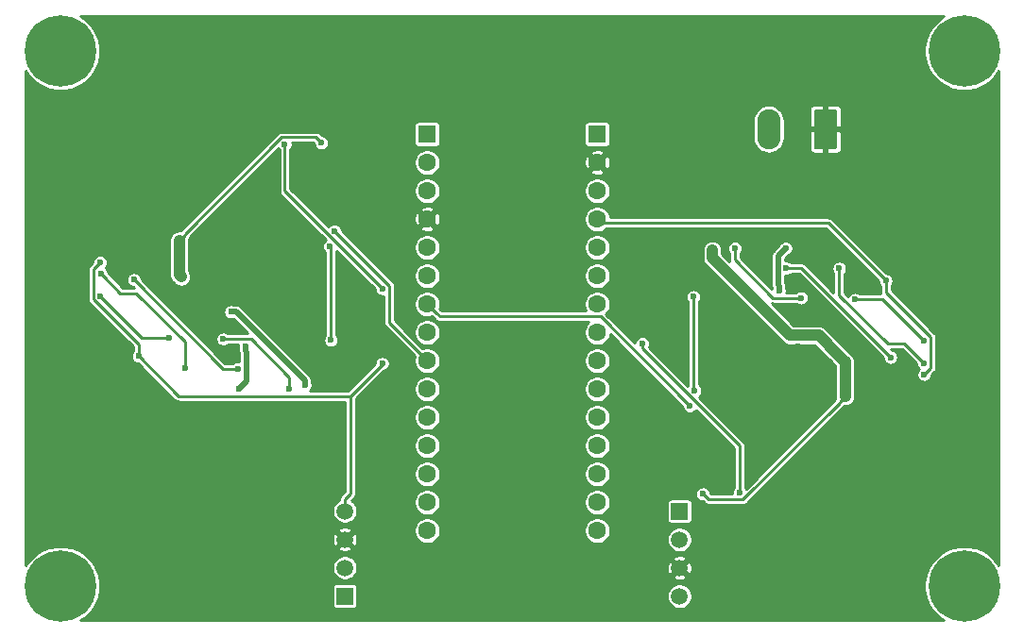
<source format=gbr>
G04 #@! TF.GenerationSoftware,KiCad,Pcbnew,(5.1.4)-1*
G04 #@! TF.CreationDate,2019-11-21T21:18:29+01:00*
G04 #@! TF.ProjectId,asserv_brushless,61737365-7276-45f6-9272-7573686c6573,rev?*
G04 #@! TF.SameCoordinates,Original*
G04 #@! TF.FileFunction,Copper,L2,Bot*
G04 #@! TF.FilePolarity,Positive*
%FSLAX46Y46*%
G04 Gerber Fmt 4.6, Leading zero omitted, Abs format (unit mm)*
G04 Created by KiCad (PCBNEW (5.1.4)-1) date 2019-11-21 21:18:29*
%MOMM*%
%LPD*%
G04 APERTURE LIST*
%ADD10C,1.508000*%
%ADD11R,1.508000X1.508000*%
%ADD12C,6.400000*%
%ADD13O,2.080000X3.600000*%
%ADD14C,0.100000*%
%ADD15C,2.080000*%
%ADD16C,1.600000*%
%ADD17R,1.600000X1.600000*%
%ADD18C,0.600000*%
%ADD19C,1.000000*%
%ADD20C,0.250000*%
%ADD21C,1.000000*%
%ADD22C,0.500000*%
%ADD23C,0.254000*%
G04 APERTURE END LIST*
D10*
X109000000Y-102420000D03*
X109000000Y-99880000D03*
X109000000Y-97340000D03*
D11*
X109000000Y-94800000D03*
D10*
X79000000Y-94780000D03*
X79000000Y-97320000D03*
X79000000Y-99860000D03*
D11*
X79000000Y-102400000D03*
D12*
X53500000Y-53500000D03*
X134500000Y-53500000D03*
X134500000Y-101500000D03*
X53500000Y-101500000D03*
D13*
X116995000Y-60525000D03*
D14*
G36*
X122889505Y-58726204D02*
G01*
X122913773Y-58729804D01*
X122937572Y-58735765D01*
X122960671Y-58744030D01*
X122982850Y-58754520D01*
X123003893Y-58767132D01*
X123023599Y-58781747D01*
X123041777Y-58798223D01*
X123058253Y-58816401D01*
X123072868Y-58836107D01*
X123085480Y-58857150D01*
X123095970Y-58879329D01*
X123104235Y-58902428D01*
X123110196Y-58926227D01*
X123113796Y-58950495D01*
X123115000Y-58974999D01*
X123115000Y-62075001D01*
X123113796Y-62099505D01*
X123110196Y-62123773D01*
X123104235Y-62147572D01*
X123095970Y-62170671D01*
X123085480Y-62192850D01*
X123072868Y-62213893D01*
X123058253Y-62233599D01*
X123041777Y-62251777D01*
X123023599Y-62268253D01*
X123003893Y-62282868D01*
X122982850Y-62295480D01*
X122960671Y-62305970D01*
X122937572Y-62314235D01*
X122913773Y-62320196D01*
X122889505Y-62323796D01*
X122865001Y-62325000D01*
X121284999Y-62325000D01*
X121260495Y-62323796D01*
X121236227Y-62320196D01*
X121212428Y-62314235D01*
X121189329Y-62305970D01*
X121167150Y-62295480D01*
X121146107Y-62282868D01*
X121126401Y-62268253D01*
X121108223Y-62251777D01*
X121091747Y-62233599D01*
X121077132Y-62213893D01*
X121064520Y-62192850D01*
X121054030Y-62170671D01*
X121045765Y-62147572D01*
X121039804Y-62123773D01*
X121036204Y-62099505D01*
X121035000Y-62075001D01*
X121035000Y-58974999D01*
X121036204Y-58950495D01*
X121039804Y-58926227D01*
X121045765Y-58902428D01*
X121054030Y-58879329D01*
X121064520Y-58857150D01*
X121077132Y-58836107D01*
X121091747Y-58816401D01*
X121108223Y-58798223D01*
X121126401Y-58781747D01*
X121146107Y-58767132D01*
X121167150Y-58754520D01*
X121189329Y-58744030D01*
X121212428Y-58735765D01*
X121236227Y-58729804D01*
X121260495Y-58726204D01*
X121284999Y-58725000D01*
X122865001Y-58725000D01*
X122889505Y-58726204D01*
X122889505Y-58726204D01*
G37*
D15*
X122075000Y-60525000D03*
D16*
X101620000Y-96530000D03*
X86380000Y-96530000D03*
X101620000Y-93990000D03*
X86380000Y-93990000D03*
X101620000Y-91450000D03*
X86380000Y-91450000D03*
X101620000Y-88910000D03*
X86380000Y-88910000D03*
X101620000Y-86370000D03*
X86380000Y-86370000D03*
X101620000Y-83830000D03*
X86380000Y-83830000D03*
X101620000Y-81290000D03*
X86380000Y-81290000D03*
X101620000Y-78750000D03*
X86380000Y-78750000D03*
X101620000Y-76210000D03*
X86380000Y-76210000D03*
X101620000Y-73670000D03*
X86380000Y-73670000D03*
X101620000Y-71130000D03*
X86380000Y-71130000D03*
X101620000Y-68590000D03*
X86380000Y-68590000D03*
X101620000Y-66050000D03*
X86380000Y-66050000D03*
X101620000Y-63510000D03*
X86380000Y-63510000D03*
D17*
X101620000Y-60970000D03*
X86380000Y-60970000D03*
D18*
X60512502Y-80887498D03*
X57075000Y-72475000D03*
X73617500Y-61875000D03*
X127487498Y-74112502D03*
X130925000Y-82525000D03*
X105650000Y-79750000D03*
X114382500Y-93125000D03*
X82350000Y-74808898D03*
X82349990Y-81550010D03*
D19*
X64315249Y-73765249D03*
D18*
X68795004Y-76905000D03*
D19*
X64150000Y-70500000D03*
D18*
X76900000Y-61750000D03*
D19*
X123684751Y-81234751D03*
X111925000Y-71366740D03*
X123850000Y-84500000D03*
D18*
X111100000Y-93250000D03*
X75400000Y-83475000D03*
X92000000Y-81890000D03*
X93000000Y-81890000D03*
X94000000Y-81890000D03*
X95000000Y-81890000D03*
X92000000Y-82890000D03*
X93000000Y-82890000D03*
X94000000Y-82890000D03*
X95000000Y-82890000D03*
X96000000Y-81890000D03*
X96000000Y-82890000D03*
D19*
X62500000Y-75075000D03*
D18*
X68400000Y-74975000D03*
D19*
X58900000Y-71000000D03*
D18*
X81250000Y-77000000D03*
X81262500Y-78862500D03*
D19*
X125500000Y-79925000D03*
D18*
X119600000Y-80025000D03*
X106750000Y-78000000D03*
D19*
X129100000Y-84000000D03*
D18*
X106737500Y-76137500D03*
X82575000Y-71325000D03*
X92000000Y-73000000D03*
X93000000Y-73000000D03*
X94000000Y-73000000D03*
X95000000Y-73000000D03*
X92000000Y-74000000D03*
X93000000Y-74000000D03*
X94000000Y-74000000D03*
X95000000Y-74000000D03*
X96000000Y-73000000D03*
X96000000Y-74000000D03*
X118506247Y-71206253D03*
X117900001Y-75000002D03*
X70099999Y-79999998D03*
X69493753Y-83793747D03*
X113967800Y-71192800D03*
X119900000Y-75650000D03*
X68100000Y-79350000D03*
X74032200Y-83807200D03*
X130900000Y-79500000D03*
X124725000Y-75800000D03*
X127907454Y-80981774D03*
X118575010Y-73000000D03*
X123310000Y-73015000D03*
X130874998Y-81525000D03*
X57100000Y-75500000D03*
X63249996Y-79225000D03*
X69424990Y-82000000D03*
X60092546Y-74018226D03*
X64690000Y-81985000D03*
X57125002Y-73475000D03*
X110245000Y-75555000D03*
X110354450Y-83970550D03*
X77755000Y-79445000D03*
X77645550Y-71029450D03*
X109925000Y-85350000D03*
X78075000Y-69650000D03*
D20*
X57075000Y-72475000D02*
X57075000Y-72475000D01*
X60512502Y-79837504D02*
X56474999Y-75800001D01*
X56474999Y-73075001D02*
X57075000Y-72475000D01*
X56474999Y-75800001D02*
X56474999Y-73075001D01*
X60512502Y-80887498D02*
X60512502Y-79837504D01*
X73617500Y-66076398D02*
X82350000Y-74808898D01*
X73617500Y-61875000D02*
X73617500Y-66076398D01*
X101980000Y-68950000D02*
X101620000Y-68590000D01*
X127487498Y-74112502D02*
X122324996Y-68950000D01*
X122324996Y-68950000D02*
X101980000Y-68950000D01*
X131525001Y-79199999D02*
X131525001Y-81924999D01*
X127487498Y-74112502D02*
X127487498Y-75162496D01*
X127487498Y-75162496D02*
X131525001Y-79199999D01*
X131525001Y-81924999D02*
X130925000Y-82525000D01*
X130925000Y-82525000D02*
X130925000Y-82525000D01*
X105650000Y-79750000D02*
X105650000Y-79750000D01*
X105650000Y-80174264D02*
X105650000Y-79750000D01*
X105650000Y-80191102D02*
X105650000Y-80174264D01*
X114382500Y-88923602D02*
X105650000Y-80191102D01*
X114382500Y-93125000D02*
X114382500Y-88923602D01*
X82350000Y-74808898D02*
X82350000Y-74808898D01*
X64083265Y-84458261D02*
X79491739Y-84458261D01*
X60512502Y-80887498D02*
X64083265Y-84458261D01*
X79491739Y-84458261D02*
X82350000Y-81600000D01*
X79491739Y-93221944D02*
X79491739Y-84458261D01*
X79000000Y-93713683D02*
X79491739Y-93221944D01*
X79000000Y-94780000D02*
X79000000Y-93713683D01*
X76900000Y-61750000D02*
X76900000Y-61750000D01*
D21*
X64150000Y-73600000D02*
X64315249Y-73765249D01*
X64150000Y-70500000D02*
X64150000Y-73600000D01*
D20*
X76399999Y-61249999D02*
X76900000Y-61750000D01*
X64649999Y-69917499D02*
X73317499Y-61249999D01*
X64649999Y-70000001D02*
X64649999Y-69917499D01*
X64150000Y-70500000D02*
X64649999Y-70000001D01*
X73317499Y-61249999D02*
X76399999Y-61249999D01*
D21*
X111925000Y-71366740D02*
X111925000Y-71366740D01*
X123850000Y-81400000D02*
X123684751Y-81234751D01*
X123850000Y-84500000D02*
X123850000Y-81400000D01*
D20*
X114682501Y-93750001D02*
X111600001Y-93750001D01*
X123350001Y-85082501D02*
X114682501Y-93750001D01*
X123850000Y-84500000D02*
X123350001Y-84999999D01*
X123350001Y-84999999D02*
X123350001Y-85082501D01*
X111600001Y-93750001D02*
X111100000Y-93250000D01*
X111100000Y-93250000D02*
X111100000Y-93250000D01*
D22*
X75400000Y-83085732D02*
X75400000Y-83475000D01*
X68795004Y-76905000D02*
X69219268Y-76905000D01*
X69219268Y-76905000D02*
X75400000Y-83085732D01*
D21*
X123184752Y-80734752D02*
X123684751Y-81234751D01*
X121474999Y-79024999D02*
X123184752Y-80734752D01*
X118876153Y-79024999D02*
X121474999Y-79024999D01*
X111925000Y-72073846D02*
X118876153Y-79024999D01*
X111925000Y-71366740D02*
X111925000Y-72073846D01*
X62500000Y-74600000D02*
X58900000Y-71000000D01*
X62500000Y-75075000D02*
X62500000Y-74600000D01*
X125500000Y-80400000D02*
X129100000Y-84000000D01*
X125500000Y-79925000D02*
X125500000Y-80400000D01*
D22*
X117900001Y-74575738D02*
X117900001Y-75000002D01*
X117825009Y-74500746D02*
X117900001Y-74575738D01*
X117825009Y-71887491D02*
X117825009Y-74500746D01*
X118506247Y-71206253D02*
X117825009Y-71887491D01*
X70174991Y-80499254D02*
X70099999Y-80424262D01*
X70174991Y-83112509D02*
X70174991Y-80499254D01*
X69493753Y-83793747D02*
X70174991Y-83112509D01*
X70099999Y-80424262D02*
X70099999Y-79999998D01*
D20*
X113967800Y-71192800D02*
X113967800Y-72242800D01*
X113967800Y-72242800D02*
X117375000Y-75650000D01*
X119475736Y-75650000D02*
X119900000Y-75650000D01*
X117375000Y-75650000D02*
X119475736Y-75650000D01*
X74032200Y-83807200D02*
X74032200Y-82757200D01*
X68524264Y-79350000D02*
X68100000Y-79350000D01*
X74032200Y-82757200D02*
X70625000Y-79350000D01*
X70625000Y-79350000D02*
X68524264Y-79350000D01*
X130900000Y-79500000D02*
X127200000Y-75800000D01*
X125149264Y-75800000D02*
X124725000Y-75800000D01*
X127200000Y-75800000D02*
X125149264Y-75800000D01*
X118999274Y-73000000D02*
X118575010Y-73000000D01*
X119925680Y-73000000D02*
X118999274Y-73000000D01*
X127907454Y-80981774D02*
X119925680Y-73000000D01*
X123310000Y-75397502D02*
X127687965Y-79775467D01*
X127687965Y-79775467D02*
X129125465Y-79775467D01*
X130574999Y-81225001D02*
X130874998Y-81525000D01*
X129125465Y-79775467D02*
X130574999Y-81225001D01*
X123310000Y-73015000D02*
X123310000Y-75397502D01*
X60825000Y-79225000D02*
X62825732Y-79225000D01*
X62825732Y-79225000D02*
X63249996Y-79225000D01*
X57100000Y-75500000D02*
X60825000Y-79225000D01*
X68074320Y-82000000D02*
X69000726Y-82000000D01*
X60092546Y-74018226D02*
X68074320Y-82000000D01*
X69000726Y-82000000D02*
X69424990Y-82000000D01*
X58874535Y-75224533D02*
X57425001Y-73774999D01*
X64690000Y-81985000D02*
X64690000Y-79602498D01*
X60312035Y-75224533D02*
X58874535Y-75224533D01*
X57425001Y-73774999D02*
X57125002Y-73475000D01*
X64690000Y-79602498D02*
X60312035Y-75224533D01*
X110245000Y-75555000D02*
X110245000Y-83861100D01*
X110245000Y-83861100D02*
X110354450Y-83970550D01*
X77755000Y-79445000D02*
X77755000Y-71138900D01*
X77755000Y-71138900D02*
X77645550Y-71029450D01*
X87179999Y-77009999D02*
X86380000Y-76210000D01*
X101910001Y-77335001D02*
X87505001Y-77335001D01*
X87505001Y-77335001D02*
X87179999Y-77009999D01*
X109925000Y-85350000D02*
X101910001Y-77335001D01*
X82975001Y-77885001D02*
X85580001Y-80490001D01*
X82975001Y-74550001D02*
X82975001Y-77885001D01*
X85580001Y-80490001D02*
X86380000Y-81290000D01*
X78075000Y-69650000D02*
X82975001Y-74550001D01*
D23*
G36*
X132217246Y-50718456D02*
G01*
X131718456Y-51217246D01*
X131326559Y-51803760D01*
X131056616Y-52455461D01*
X130919000Y-53147302D01*
X130919000Y-53852698D01*
X131056616Y-54544539D01*
X131326559Y-55196240D01*
X131718456Y-55782754D01*
X132217246Y-56281544D01*
X132803760Y-56673441D01*
X133455461Y-56943384D01*
X134147302Y-57081000D01*
X134852698Y-57081000D01*
X135544539Y-56943384D01*
X136196240Y-56673441D01*
X136782754Y-56281544D01*
X137281544Y-55782754D01*
X137594000Y-55315132D01*
X137594001Y-99684870D01*
X137281544Y-99217246D01*
X136782754Y-98718456D01*
X136196240Y-98326559D01*
X135544539Y-98056616D01*
X134852698Y-97919000D01*
X134147302Y-97919000D01*
X133455461Y-98056616D01*
X132803760Y-98326559D01*
X132217246Y-98718456D01*
X131718456Y-99217246D01*
X131326559Y-99803760D01*
X131056616Y-100455461D01*
X130919000Y-101147302D01*
X130919000Y-101852698D01*
X131056616Y-102544539D01*
X131326559Y-103196240D01*
X131718456Y-103782754D01*
X132217246Y-104281544D01*
X132684868Y-104594000D01*
X55315132Y-104594000D01*
X55782754Y-104281544D01*
X56281544Y-103782754D01*
X56673441Y-103196240D01*
X56943384Y-102544539D01*
X57081000Y-101852698D01*
X57081000Y-101646000D01*
X77863157Y-101646000D01*
X77863157Y-103154000D01*
X77870513Y-103228689D01*
X77892299Y-103300508D01*
X77927678Y-103366696D01*
X77975289Y-103424711D01*
X78033304Y-103472322D01*
X78099492Y-103507701D01*
X78171311Y-103529487D01*
X78246000Y-103536843D01*
X79754000Y-103536843D01*
X79828689Y-103529487D01*
X79900508Y-103507701D01*
X79966696Y-103472322D01*
X80024711Y-103424711D01*
X80072322Y-103366696D01*
X80107701Y-103300508D01*
X80129487Y-103228689D01*
X80136843Y-103154000D01*
X80136843Y-102308212D01*
X107865000Y-102308212D01*
X107865000Y-102531788D01*
X107908617Y-102751067D01*
X107994176Y-102957624D01*
X108118388Y-103143520D01*
X108276480Y-103301612D01*
X108462376Y-103425824D01*
X108668933Y-103511383D01*
X108888212Y-103555000D01*
X109111788Y-103555000D01*
X109331067Y-103511383D01*
X109537624Y-103425824D01*
X109723520Y-103301612D01*
X109881612Y-103143520D01*
X110005824Y-102957624D01*
X110091383Y-102751067D01*
X110135000Y-102531788D01*
X110135000Y-102308212D01*
X110091383Y-102088933D01*
X110005824Y-101882376D01*
X109881612Y-101696480D01*
X109723520Y-101538388D01*
X109537624Y-101414176D01*
X109331067Y-101328617D01*
X109111788Y-101285000D01*
X108888212Y-101285000D01*
X108668933Y-101328617D01*
X108462376Y-101414176D01*
X108276480Y-101538388D01*
X108118388Y-101696480D01*
X107994176Y-101882376D01*
X107908617Y-102088933D01*
X107865000Y-102308212D01*
X80136843Y-102308212D01*
X80136843Y-101646000D01*
X80129487Y-101571311D01*
X80107701Y-101499492D01*
X80072322Y-101433304D01*
X80024711Y-101375289D01*
X79966696Y-101327678D01*
X79900508Y-101292299D01*
X79828689Y-101270513D01*
X79754000Y-101263157D01*
X78246000Y-101263157D01*
X78171311Y-101270513D01*
X78099492Y-101292299D01*
X78033304Y-101327678D01*
X77975289Y-101375289D01*
X77927678Y-101433304D01*
X77892299Y-101499492D01*
X77870513Y-101571311D01*
X77863157Y-101646000D01*
X57081000Y-101646000D01*
X57081000Y-101147302D01*
X56943384Y-100455461D01*
X56673441Y-99803760D01*
X56636325Y-99748212D01*
X77865000Y-99748212D01*
X77865000Y-99971788D01*
X77908617Y-100191067D01*
X77994176Y-100397624D01*
X78118388Y-100583520D01*
X78276480Y-100741612D01*
X78462376Y-100865824D01*
X78668933Y-100951383D01*
X78888212Y-100995000D01*
X79111788Y-100995000D01*
X79331067Y-100951383D01*
X79537624Y-100865824D01*
X79723520Y-100741612D01*
X79761708Y-100703424D01*
X108356181Y-100703424D01*
X108436550Y-100871588D01*
X108640826Y-100962458D01*
X108858905Y-101011731D01*
X109082406Y-101017511D01*
X109302740Y-100979577D01*
X109511440Y-100899387D01*
X109563450Y-100871588D01*
X109643819Y-100703424D01*
X109000000Y-100059605D01*
X108356181Y-100703424D01*
X79761708Y-100703424D01*
X79881612Y-100583520D01*
X80005824Y-100397624D01*
X80091383Y-100191067D01*
X80135000Y-99971788D01*
X80135000Y-99962406D01*
X107862489Y-99962406D01*
X107900423Y-100182740D01*
X107980613Y-100391440D01*
X108008412Y-100443450D01*
X108176576Y-100523819D01*
X108820395Y-99880000D01*
X109179605Y-99880000D01*
X109823424Y-100523819D01*
X109991588Y-100443450D01*
X110082458Y-100239174D01*
X110131731Y-100021095D01*
X110137511Y-99797594D01*
X110099577Y-99577260D01*
X110019387Y-99368560D01*
X109991588Y-99316550D01*
X109823424Y-99236181D01*
X109179605Y-99880000D01*
X108820395Y-99880000D01*
X108176576Y-99236181D01*
X108008412Y-99316550D01*
X107917542Y-99520826D01*
X107868269Y-99738905D01*
X107862489Y-99962406D01*
X80135000Y-99962406D01*
X80135000Y-99748212D01*
X80091383Y-99528933D01*
X80005824Y-99322376D01*
X79881612Y-99136480D01*
X79801708Y-99056576D01*
X108356181Y-99056576D01*
X109000000Y-99700395D01*
X109643819Y-99056576D01*
X109563450Y-98888412D01*
X109359174Y-98797542D01*
X109141095Y-98748269D01*
X108917594Y-98742489D01*
X108697260Y-98780423D01*
X108488560Y-98860613D01*
X108436550Y-98888412D01*
X108356181Y-99056576D01*
X79801708Y-99056576D01*
X79723520Y-98978388D01*
X79537624Y-98854176D01*
X79331067Y-98768617D01*
X79111788Y-98725000D01*
X78888212Y-98725000D01*
X78668933Y-98768617D01*
X78462376Y-98854176D01*
X78276480Y-98978388D01*
X78118388Y-99136480D01*
X77994176Y-99322376D01*
X77908617Y-99528933D01*
X77865000Y-99748212D01*
X56636325Y-99748212D01*
X56281544Y-99217246D01*
X55782754Y-98718456D01*
X55196240Y-98326559D01*
X54754113Y-98143424D01*
X78356181Y-98143424D01*
X78436550Y-98311588D01*
X78640826Y-98402458D01*
X78858905Y-98451731D01*
X79082406Y-98457511D01*
X79302740Y-98419577D01*
X79511440Y-98339387D01*
X79563450Y-98311588D01*
X79643819Y-98143424D01*
X79000000Y-97499605D01*
X78356181Y-98143424D01*
X54754113Y-98143424D01*
X54544539Y-98056616D01*
X53852698Y-97919000D01*
X53147302Y-97919000D01*
X52455461Y-98056616D01*
X51803760Y-98326559D01*
X51217246Y-98718456D01*
X50718456Y-99217246D01*
X50406000Y-99684868D01*
X50406000Y-97402406D01*
X77862489Y-97402406D01*
X77900423Y-97622740D01*
X77980613Y-97831440D01*
X78008412Y-97883450D01*
X78176576Y-97963819D01*
X78820395Y-97320000D01*
X79179605Y-97320000D01*
X79823424Y-97963819D01*
X79991588Y-97883450D01*
X80082458Y-97679174D01*
X80131731Y-97461095D01*
X80137511Y-97237594D01*
X80099577Y-97017260D01*
X80019387Y-96808560D01*
X79991588Y-96756550D01*
X79823424Y-96676181D01*
X79179605Y-97320000D01*
X78820395Y-97320000D01*
X78176576Y-96676181D01*
X78008412Y-96756550D01*
X77917542Y-96960826D01*
X77868269Y-97178905D01*
X77862489Y-97402406D01*
X50406000Y-97402406D01*
X50406000Y-96496576D01*
X78356181Y-96496576D01*
X79000000Y-97140395D01*
X79643819Y-96496576D01*
X79604203Y-96413682D01*
X85199000Y-96413682D01*
X85199000Y-96646318D01*
X85244386Y-96874485D01*
X85333412Y-97089413D01*
X85462658Y-97282843D01*
X85627157Y-97447342D01*
X85820587Y-97576588D01*
X86035515Y-97665614D01*
X86263682Y-97711000D01*
X86496318Y-97711000D01*
X86724485Y-97665614D01*
X86939413Y-97576588D01*
X87132843Y-97447342D01*
X87297342Y-97282843D01*
X87426588Y-97089413D01*
X87515614Y-96874485D01*
X87561000Y-96646318D01*
X87561000Y-96413682D01*
X100439000Y-96413682D01*
X100439000Y-96646318D01*
X100484386Y-96874485D01*
X100573412Y-97089413D01*
X100702658Y-97282843D01*
X100867157Y-97447342D01*
X101060587Y-97576588D01*
X101275515Y-97665614D01*
X101503682Y-97711000D01*
X101736318Y-97711000D01*
X101964485Y-97665614D01*
X102179413Y-97576588D01*
X102372843Y-97447342D01*
X102537342Y-97282843D01*
X102573845Y-97228212D01*
X107865000Y-97228212D01*
X107865000Y-97451788D01*
X107908617Y-97671067D01*
X107994176Y-97877624D01*
X108118388Y-98063520D01*
X108276480Y-98221612D01*
X108462376Y-98345824D01*
X108668933Y-98431383D01*
X108888212Y-98475000D01*
X109111788Y-98475000D01*
X109331067Y-98431383D01*
X109537624Y-98345824D01*
X109723520Y-98221612D01*
X109881612Y-98063520D01*
X110005824Y-97877624D01*
X110091383Y-97671067D01*
X110135000Y-97451788D01*
X110135000Y-97228212D01*
X110091383Y-97008933D01*
X110005824Y-96802376D01*
X109881612Y-96616480D01*
X109723520Y-96458388D01*
X109537624Y-96334176D01*
X109331067Y-96248617D01*
X109111788Y-96205000D01*
X108888212Y-96205000D01*
X108668933Y-96248617D01*
X108462376Y-96334176D01*
X108276480Y-96458388D01*
X108118388Y-96616480D01*
X107994176Y-96802376D01*
X107908617Y-97008933D01*
X107865000Y-97228212D01*
X102573845Y-97228212D01*
X102666588Y-97089413D01*
X102755614Y-96874485D01*
X102801000Y-96646318D01*
X102801000Y-96413682D01*
X102755614Y-96185515D01*
X102666588Y-95970587D01*
X102537342Y-95777157D01*
X102372843Y-95612658D01*
X102179413Y-95483412D01*
X101964485Y-95394386D01*
X101736318Y-95349000D01*
X101503682Y-95349000D01*
X101275515Y-95394386D01*
X101060587Y-95483412D01*
X100867157Y-95612658D01*
X100702658Y-95777157D01*
X100573412Y-95970587D01*
X100484386Y-96185515D01*
X100439000Y-96413682D01*
X87561000Y-96413682D01*
X87515614Y-96185515D01*
X87426588Y-95970587D01*
X87297342Y-95777157D01*
X87132843Y-95612658D01*
X86939413Y-95483412D01*
X86724485Y-95394386D01*
X86496318Y-95349000D01*
X86263682Y-95349000D01*
X86035515Y-95394386D01*
X85820587Y-95483412D01*
X85627157Y-95612658D01*
X85462658Y-95777157D01*
X85333412Y-95970587D01*
X85244386Y-96185515D01*
X85199000Y-96413682D01*
X79604203Y-96413682D01*
X79563450Y-96328412D01*
X79359174Y-96237542D01*
X79141095Y-96188269D01*
X78917594Y-96182489D01*
X78697260Y-96220423D01*
X78488560Y-96300613D01*
X78436550Y-96328412D01*
X78356181Y-96496576D01*
X50406000Y-96496576D01*
X50406000Y-73075001D01*
X55966552Y-73075001D01*
X55969000Y-73099857D01*
X55968999Y-75775155D01*
X55966552Y-75800001D01*
X55968999Y-75824847D01*
X55968999Y-75824854D01*
X55976321Y-75899193D01*
X56005254Y-75994575D01*
X56052240Y-76082480D01*
X56115472Y-76159528D01*
X56134784Y-76175377D01*
X60006503Y-80047097D01*
X60006502Y-80430419D01*
X59983535Y-80453386D01*
X59909008Y-80564924D01*
X59857673Y-80688858D01*
X59831502Y-80820425D01*
X59831502Y-80954571D01*
X59857673Y-81086138D01*
X59909008Y-81210072D01*
X59983535Y-81321610D01*
X60078390Y-81416465D01*
X60189928Y-81490992D01*
X60313862Y-81542327D01*
X60445429Y-81568498D01*
X60477911Y-81568498D01*
X63707893Y-84798481D01*
X63723738Y-84817788D01*
X63800786Y-84881020D01*
X63888690Y-84928006D01*
X63961872Y-84950205D01*
X63984071Y-84956939D01*
X63993959Y-84957913D01*
X64058411Y-84964261D01*
X64058418Y-84964261D01*
X64083264Y-84966708D01*
X64108110Y-84964261D01*
X78985740Y-84964261D01*
X78985739Y-93012352D01*
X78659780Y-93338312D01*
X78640474Y-93354156D01*
X78577242Y-93431204D01*
X78557829Y-93467523D01*
X78530255Y-93519109D01*
X78501322Y-93614491D01*
X78491553Y-93713683D01*
X78494001Y-93738539D01*
X78494001Y-93761076D01*
X78462376Y-93774176D01*
X78276480Y-93898388D01*
X78118388Y-94056480D01*
X77994176Y-94242376D01*
X77908617Y-94448933D01*
X77865000Y-94668212D01*
X77865000Y-94891788D01*
X77908617Y-95111067D01*
X77994176Y-95317624D01*
X78118388Y-95503520D01*
X78276480Y-95661612D01*
X78462376Y-95785824D01*
X78668933Y-95871383D01*
X78888212Y-95915000D01*
X79111788Y-95915000D01*
X79331067Y-95871383D01*
X79537624Y-95785824D01*
X79723520Y-95661612D01*
X79881612Y-95503520D01*
X80005824Y-95317624D01*
X80091383Y-95111067D01*
X80135000Y-94891788D01*
X80135000Y-94668212D01*
X80091383Y-94448933D01*
X80005824Y-94242376D01*
X79881612Y-94056480D01*
X79723520Y-93898388D01*
X79686545Y-93873682D01*
X85199000Y-93873682D01*
X85199000Y-94106318D01*
X85244386Y-94334485D01*
X85333412Y-94549413D01*
X85462658Y-94742843D01*
X85627157Y-94907342D01*
X85820587Y-95036588D01*
X86035515Y-95125614D01*
X86263682Y-95171000D01*
X86496318Y-95171000D01*
X86724485Y-95125614D01*
X86939413Y-95036588D01*
X87132843Y-94907342D01*
X87297342Y-94742843D01*
X87426588Y-94549413D01*
X87515614Y-94334485D01*
X87561000Y-94106318D01*
X87561000Y-93873682D01*
X100439000Y-93873682D01*
X100439000Y-94106318D01*
X100484386Y-94334485D01*
X100573412Y-94549413D01*
X100702658Y-94742843D01*
X100867157Y-94907342D01*
X101060587Y-95036588D01*
X101275515Y-95125614D01*
X101503682Y-95171000D01*
X101736318Y-95171000D01*
X101964485Y-95125614D01*
X102179413Y-95036588D01*
X102372843Y-94907342D01*
X102537342Y-94742843D01*
X102666588Y-94549413D01*
X102755614Y-94334485D01*
X102801000Y-94106318D01*
X102801000Y-94046000D01*
X107863157Y-94046000D01*
X107863157Y-95554000D01*
X107870513Y-95628689D01*
X107892299Y-95700508D01*
X107927678Y-95766696D01*
X107975289Y-95824711D01*
X108033304Y-95872322D01*
X108099492Y-95907701D01*
X108171311Y-95929487D01*
X108246000Y-95936843D01*
X109754000Y-95936843D01*
X109828689Y-95929487D01*
X109900508Y-95907701D01*
X109966696Y-95872322D01*
X110024711Y-95824711D01*
X110072322Y-95766696D01*
X110107701Y-95700508D01*
X110129487Y-95628689D01*
X110136843Y-95554000D01*
X110136843Y-94046000D01*
X110129487Y-93971311D01*
X110107701Y-93899492D01*
X110072322Y-93833304D01*
X110024711Y-93775289D01*
X109966696Y-93727678D01*
X109900508Y-93692299D01*
X109828689Y-93670513D01*
X109754000Y-93663157D01*
X108246000Y-93663157D01*
X108171311Y-93670513D01*
X108099492Y-93692299D01*
X108033304Y-93727678D01*
X107975289Y-93775289D01*
X107927678Y-93833304D01*
X107892299Y-93899492D01*
X107870513Y-93971311D01*
X107863157Y-94046000D01*
X102801000Y-94046000D01*
X102801000Y-93873682D01*
X102755614Y-93645515D01*
X102666588Y-93430587D01*
X102537342Y-93237157D01*
X102372843Y-93072658D01*
X102179413Y-92943412D01*
X101964485Y-92854386D01*
X101736318Y-92809000D01*
X101503682Y-92809000D01*
X101275515Y-92854386D01*
X101060587Y-92943412D01*
X100867157Y-93072658D01*
X100702658Y-93237157D01*
X100573412Y-93430587D01*
X100484386Y-93645515D01*
X100439000Y-93873682D01*
X87561000Y-93873682D01*
X87515614Y-93645515D01*
X87426588Y-93430587D01*
X87297342Y-93237157D01*
X87132843Y-93072658D01*
X86939413Y-92943412D01*
X86724485Y-92854386D01*
X86496318Y-92809000D01*
X86263682Y-92809000D01*
X86035515Y-92854386D01*
X85820587Y-92943412D01*
X85627157Y-93072658D01*
X85462658Y-93237157D01*
X85333412Y-93430587D01*
X85244386Y-93645515D01*
X85199000Y-93873682D01*
X79686545Y-93873682D01*
X79608045Y-93821230D01*
X79831959Y-93597316D01*
X79851266Y-93581471D01*
X79914498Y-93504423D01*
X79961484Y-93416519D01*
X79990417Y-93321137D01*
X79997739Y-93246798D01*
X79997739Y-93246790D01*
X80000186Y-93221944D01*
X79997739Y-93197098D01*
X79997739Y-91333682D01*
X85199000Y-91333682D01*
X85199000Y-91566318D01*
X85244386Y-91794485D01*
X85333412Y-92009413D01*
X85462658Y-92202843D01*
X85627157Y-92367342D01*
X85820587Y-92496588D01*
X86035515Y-92585614D01*
X86263682Y-92631000D01*
X86496318Y-92631000D01*
X86724485Y-92585614D01*
X86939413Y-92496588D01*
X87132843Y-92367342D01*
X87297342Y-92202843D01*
X87426588Y-92009413D01*
X87515614Y-91794485D01*
X87561000Y-91566318D01*
X87561000Y-91333682D01*
X100439000Y-91333682D01*
X100439000Y-91566318D01*
X100484386Y-91794485D01*
X100573412Y-92009413D01*
X100702658Y-92202843D01*
X100867157Y-92367342D01*
X101060587Y-92496588D01*
X101275515Y-92585614D01*
X101503682Y-92631000D01*
X101736318Y-92631000D01*
X101964485Y-92585614D01*
X102179413Y-92496588D01*
X102372843Y-92367342D01*
X102537342Y-92202843D01*
X102666588Y-92009413D01*
X102755614Y-91794485D01*
X102801000Y-91566318D01*
X102801000Y-91333682D01*
X102755614Y-91105515D01*
X102666588Y-90890587D01*
X102537342Y-90697157D01*
X102372843Y-90532658D01*
X102179413Y-90403412D01*
X101964485Y-90314386D01*
X101736318Y-90269000D01*
X101503682Y-90269000D01*
X101275515Y-90314386D01*
X101060587Y-90403412D01*
X100867157Y-90532658D01*
X100702658Y-90697157D01*
X100573412Y-90890587D01*
X100484386Y-91105515D01*
X100439000Y-91333682D01*
X87561000Y-91333682D01*
X87515614Y-91105515D01*
X87426588Y-90890587D01*
X87297342Y-90697157D01*
X87132843Y-90532658D01*
X86939413Y-90403412D01*
X86724485Y-90314386D01*
X86496318Y-90269000D01*
X86263682Y-90269000D01*
X86035515Y-90314386D01*
X85820587Y-90403412D01*
X85627157Y-90532658D01*
X85462658Y-90697157D01*
X85333412Y-90890587D01*
X85244386Y-91105515D01*
X85199000Y-91333682D01*
X79997739Y-91333682D01*
X79997739Y-88793682D01*
X85199000Y-88793682D01*
X85199000Y-89026318D01*
X85244386Y-89254485D01*
X85333412Y-89469413D01*
X85462658Y-89662843D01*
X85627157Y-89827342D01*
X85820587Y-89956588D01*
X86035515Y-90045614D01*
X86263682Y-90091000D01*
X86496318Y-90091000D01*
X86724485Y-90045614D01*
X86939413Y-89956588D01*
X87132843Y-89827342D01*
X87297342Y-89662843D01*
X87426588Y-89469413D01*
X87515614Y-89254485D01*
X87561000Y-89026318D01*
X87561000Y-88793682D01*
X100439000Y-88793682D01*
X100439000Y-89026318D01*
X100484386Y-89254485D01*
X100573412Y-89469413D01*
X100702658Y-89662843D01*
X100867157Y-89827342D01*
X101060587Y-89956588D01*
X101275515Y-90045614D01*
X101503682Y-90091000D01*
X101736318Y-90091000D01*
X101964485Y-90045614D01*
X102179413Y-89956588D01*
X102372843Y-89827342D01*
X102537342Y-89662843D01*
X102666588Y-89469413D01*
X102755614Y-89254485D01*
X102801000Y-89026318D01*
X102801000Y-88793682D01*
X102755614Y-88565515D01*
X102666588Y-88350587D01*
X102537342Y-88157157D01*
X102372843Y-87992658D01*
X102179413Y-87863412D01*
X101964485Y-87774386D01*
X101736318Y-87729000D01*
X101503682Y-87729000D01*
X101275515Y-87774386D01*
X101060587Y-87863412D01*
X100867157Y-87992658D01*
X100702658Y-88157157D01*
X100573412Y-88350587D01*
X100484386Y-88565515D01*
X100439000Y-88793682D01*
X87561000Y-88793682D01*
X87515614Y-88565515D01*
X87426588Y-88350587D01*
X87297342Y-88157157D01*
X87132843Y-87992658D01*
X86939413Y-87863412D01*
X86724485Y-87774386D01*
X86496318Y-87729000D01*
X86263682Y-87729000D01*
X86035515Y-87774386D01*
X85820587Y-87863412D01*
X85627157Y-87992658D01*
X85462658Y-88157157D01*
X85333412Y-88350587D01*
X85244386Y-88565515D01*
X85199000Y-88793682D01*
X79997739Y-88793682D01*
X79997739Y-86253682D01*
X85199000Y-86253682D01*
X85199000Y-86486318D01*
X85244386Y-86714485D01*
X85333412Y-86929413D01*
X85462658Y-87122843D01*
X85627157Y-87287342D01*
X85820587Y-87416588D01*
X86035515Y-87505614D01*
X86263682Y-87551000D01*
X86496318Y-87551000D01*
X86724485Y-87505614D01*
X86939413Y-87416588D01*
X87132843Y-87287342D01*
X87297342Y-87122843D01*
X87426588Y-86929413D01*
X87515614Y-86714485D01*
X87561000Y-86486318D01*
X87561000Y-86253682D01*
X100439000Y-86253682D01*
X100439000Y-86486318D01*
X100484386Y-86714485D01*
X100573412Y-86929413D01*
X100702658Y-87122843D01*
X100867157Y-87287342D01*
X101060587Y-87416588D01*
X101275515Y-87505614D01*
X101503682Y-87551000D01*
X101736318Y-87551000D01*
X101964485Y-87505614D01*
X102179413Y-87416588D01*
X102372843Y-87287342D01*
X102537342Y-87122843D01*
X102666588Y-86929413D01*
X102755614Y-86714485D01*
X102801000Y-86486318D01*
X102801000Y-86253682D01*
X102755614Y-86025515D01*
X102666588Y-85810587D01*
X102537342Y-85617157D01*
X102372843Y-85452658D01*
X102179413Y-85323412D01*
X101964485Y-85234386D01*
X101736318Y-85189000D01*
X101503682Y-85189000D01*
X101275515Y-85234386D01*
X101060587Y-85323412D01*
X100867157Y-85452658D01*
X100702658Y-85617157D01*
X100573412Y-85810587D01*
X100484386Y-86025515D01*
X100439000Y-86253682D01*
X87561000Y-86253682D01*
X87515614Y-86025515D01*
X87426588Y-85810587D01*
X87297342Y-85617157D01*
X87132843Y-85452658D01*
X86939413Y-85323412D01*
X86724485Y-85234386D01*
X86496318Y-85189000D01*
X86263682Y-85189000D01*
X86035515Y-85234386D01*
X85820587Y-85323412D01*
X85627157Y-85452658D01*
X85462658Y-85617157D01*
X85333412Y-85810587D01*
X85244386Y-86025515D01*
X85199000Y-86253682D01*
X79997739Y-86253682D01*
X79997739Y-84667852D01*
X80951909Y-83713682D01*
X85199000Y-83713682D01*
X85199000Y-83946318D01*
X85244386Y-84174485D01*
X85333412Y-84389413D01*
X85462658Y-84582843D01*
X85627157Y-84747342D01*
X85820587Y-84876588D01*
X86035515Y-84965614D01*
X86263682Y-85011000D01*
X86496318Y-85011000D01*
X86724485Y-84965614D01*
X86939413Y-84876588D01*
X87132843Y-84747342D01*
X87297342Y-84582843D01*
X87426588Y-84389413D01*
X87515614Y-84174485D01*
X87561000Y-83946318D01*
X87561000Y-83713682D01*
X100439000Y-83713682D01*
X100439000Y-83946318D01*
X100484386Y-84174485D01*
X100573412Y-84389413D01*
X100702658Y-84582843D01*
X100867157Y-84747342D01*
X101060587Y-84876588D01*
X101275515Y-84965614D01*
X101503682Y-85011000D01*
X101736318Y-85011000D01*
X101964485Y-84965614D01*
X102179413Y-84876588D01*
X102372843Y-84747342D01*
X102537342Y-84582843D01*
X102666588Y-84389413D01*
X102755614Y-84174485D01*
X102801000Y-83946318D01*
X102801000Y-83713682D01*
X102755614Y-83485515D01*
X102666588Y-83270587D01*
X102537342Y-83077157D01*
X102372843Y-82912658D01*
X102179413Y-82783412D01*
X101964485Y-82694386D01*
X101736318Y-82649000D01*
X101503682Y-82649000D01*
X101275515Y-82694386D01*
X101060587Y-82783412D01*
X100867157Y-82912658D01*
X100702658Y-83077157D01*
X100573412Y-83270587D01*
X100484386Y-83485515D01*
X100439000Y-83713682D01*
X87561000Y-83713682D01*
X87515614Y-83485515D01*
X87426588Y-83270587D01*
X87297342Y-83077157D01*
X87132843Y-82912658D01*
X86939413Y-82783412D01*
X86724485Y-82694386D01*
X86496318Y-82649000D01*
X86263682Y-82649000D01*
X86035515Y-82694386D01*
X85820587Y-82783412D01*
X85627157Y-82912658D01*
X85462658Y-83077157D01*
X85333412Y-83270587D01*
X85244386Y-83485515D01*
X85199000Y-83713682D01*
X80951909Y-83713682D01*
X82438932Y-82226660D01*
X82548630Y-82204839D01*
X82672564Y-82153504D01*
X82784102Y-82078977D01*
X82878957Y-81984122D01*
X82953484Y-81872584D01*
X83004819Y-81748650D01*
X83030990Y-81617083D01*
X83030990Y-81482937D01*
X83004819Y-81351370D01*
X82953484Y-81227436D01*
X82878957Y-81115898D01*
X82784102Y-81021043D01*
X82672564Y-80946516D01*
X82548630Y-80895181D01*
X82417063Y-80869010D01*
X82282917Y-80869010D01*
X82151350Y-80895181D01*
X82027416Y-80946516D01*
X81915878Y-81021043D01*
X81821023Y-81115898D01*
X81746496Y-81227436D01*
X81695161Y-81351370D01*
X81668990Y-81482937D01*
X81668990Y-81565418D01*
X79282148Y-83952261D01*
X75885818Y-83952261D01*
X75928967Y-83909112D01*
X76003494Y-83797574D01*
X76054829Y-83673640D01*
X76081000Y-83542073D01*
X76081000Y-83407927D01*
X76054829Y-83276360D01*
X76031000Y-83218832D01*
X76031000Y-83116719D01*
X76034052Y-83085731D01*
X76031000Y-83054743D01*
X76031000Y-83054734D01*
X76021870Y-82962034D01*
X75985789Y-82843090D01*
X75927196Y-82733471D01*
X75871824Y-82666000D01*
X75868103Y-82661466D01*
X75868101Y-82661464D01*
X75848343Y-82637389D01*
X75824269Y-82617632D01*
X69687373Y-76480737D01*
X69667611Y-76456657D01*
X69571529Y-76377804D01*
X69461910Y-76319211D01*
X69342966Y-76283130D01*
X69250266Y-76274000D01*
X69250258Y-76274000D01*
X69219268Y-76270948D01*
X69188278Y-76274000D01*
X69051172Y-76274000D01*
X68993644Y-76250171D01*
X68862077Y-76224000D01*
X68727931Y-76224000D01*
X68596364Y-76250171D01*
X68472430Y-76301506D01*
X68360892Y-76376033D01*
X68266037Y-76470888D01*
X68191510Y-76582426D01*
X68140175Y-76706360D01*
X68114004Y-76837927D01*
X68114004Y-76972073D01*
X68140175Y-77103640D01*
X68191510Y-77227574D01*
X68266037Y-77339112D01*
X68360892Y-77433967D01*
X68472430Y-77508494D01*
X68596364Y-77559829D01*
X68727931Y-77586000D01*
X68862077Y-77586000D01*
X68983706Y-77561806D01*
X70265900Y-78844000D01*
X68557079Y-78844000D01*
X68534112Y-78821033D01*
X68422574Y-78746506D01*
X68298640Y-78695171D01*
X68167073Y-78669000D01*
X68032927Y-78669000D01*
X67901360Y-78695171D01*
X67777426Y-78746506D01*
X67665888Y-78821033D01*
X67571033Y-78915888D01*
X67496506Y-79027426D01*
X67445171Y-79151360D01*
X67419000Y-79282927D01*
X67419000Y-79417073D01*
X67445171Y-79548640D01*
X67496506Y-79672574D01*
X67571033Y-79784112D01*
X67665888Y-79878967D01*
X67777426Y-79953494D01*
X67901360Y-80004829D01*
X68032927Y-80031000D01*
X68167073Y-80031000D01*
X68298640Y-80004829D01*
X68422574Y-79953494D01*
X68534112Y-79878967D01*
X68557079Y-79856000D01*
X69434301Y-79856000D01*
X69418999Y-79932925D01*
X69418999Y-80067071D01*
X69445170Y-80198638D01*
X69468999Y-80256166D01*
X69468999Y-80393272D01*
X69465947Y-80424262D01*
X69468999Y-80455252D01*
X69468999Y-80455259D01*
X69478129Y-80547959D01*
X69514210Y-80666903D01*
X69543992Y-80722621D01*
X69543992Y-81329330D01*
X69492063Y-81319000D01*
X69357917Y-81319000D01*
X69226350Y-81345171D01*
X69102416Y-81396506D01*
X68990878Y-81471033D01*
X68967911Y-81494000D01*
X68283912Y-81494000D01*
X60773546Y-73983635D01*
X60773546Y-73951153D01*
X60747375Y-73819586D01*
X60696040Y-73695652D01*
X60632128Y-73600000D01*
X63264738Y-73600000D01*
X63274194Y-73696000D01*
X63281015Y-73765248D01*
X63281749Y-73772705D01*
X63332125Y-73938774D01*
X63413932Y-74091825D01*
X63482085Y-74174869D01*
X63524026Y-74225975D01*
X63557640Y-74253561D01*
X63630927Y-74326848D01*
X63630931Y-74326854D01*
X63753644Y-74449567D01*
X63789820Y-74473739D01*
X63823424Y-74501317D01*
X63861765Y-74521810D01*
X63897939Y-74545981D01*
X63938137Y-74562631D01*
X63976474Y-74583123D01*
X64018070Y-74595741D01*
X64058271Y-74612393D01*
X64100946Y-74620881D01*
X64142543Y-74633500D01*
X64185808Y-74637762D01*
X64228478Y-74646249D01*
X64271978Y-74646249D01*
X64315248Y-74650511D01*
X64358518Y-74646249D01*
X64402020Y-74646249D01*
X64444691Y-74637761D01*
X64487954Y-74633500D01*
X64529549Y-74620882D01*
X64572227Y-74612393D01*
X64612431Y-74595740D01*
X64654023Y-74583123D01*
X64692358Y-74562633D01*
X64732559Y-74545981D01*
X64768734Y-74521810D01*
X64807074Y-74501317D01*
X64840677Y-74473739D01*
X64876854Y-74449567D01*
X64907623Y-74418798D01*
X64941223Y-74391223D01*
X64968798Y-74357623D01*
X64999567Y-74326854D01*
X65023739Y-74290677D01*
X65051317Y-74257074D01*
X65071810Y-74218734D01*
X65095981Y-74182559D01*
X65112633Y-74142358D01*
X65133123Y-74104023D01*
X65145740Y-74062431D01*
X65162393Y-74022227D01*
X65170882Y-73979549D01*
X65183500Y-73937954D01*
X65187761Y-73894691D01*
X65196249Y-73852020D01*
X65196249Y-73808518D01*
X65200511Y-73765248D01*
X65196249Y-73721978D01*
X65196249Y-73678478D01*
X65187762Y-73635808D01*
X65183500Y-73592543D01*
X65170881Y-73550946D01*
X65162393Y-73508271D01*
X65145741Y-73468070D01*
X65133123Y-73426474D01*
X65112631Y-73388137D01*
X65095981Y-73347939D01*
X65071810Y-73311765D01*
X65051317Y-73273424D01*
X65031000Y-73248668D01*
X65031000Y-70413229D01*
X65022514Y-70370566D01*
X65020152Y-70346581D01*
X65072758Y-70282480D01*
X65119744Y-70194576D01*
X65133342Y-70149747D01*
X73042649Y-62240441D01*
X73088533Y-62309112D01*
X73111500Y-62332079D01*
X73111501Y-66051542D01*
X73109053Y-66076398D01*
X73118822Y-66175590D01*
X73147755Y-66270972D01*
X73147756Y-66270973D01*
X73194742Y-66358877D01*
X73257974Y-66435925D01*
X73277281Y-66451770D01*
X77280109Y-70454599D01*
X77211438Y-70500483D01*
X77116583Y-70595338D01*
X77042056Y-70706876D01*
X76990721Y-70830810D01*
X76964550Y-70962377D01*
X76964550Y-71096523D01*
X76990721Y-71228090D01*
X77042056Y-71352024D01*
X77116583Y-71463562D01*
X77211438Y-71558417D01*
X77249001Y-71583516D01*
X77249000Y-78987921D01*
X77226033Y-79010888D01*
X77151506Y-79122426D01*
X77100171Y-79246360D01*
X77074000Y-79377927D01*
X77074000Y-79512073D01*
X77100171Y-79643640D01*
X77151506Y-79767574D01*
X77226033Y-79879112D01*
X77320888Y-79973967D01*
X77432426Y-80048494D01*
X77556360Y-80099829D01*
X77687927Y-80126000D01*
X77822073Y-80126000D01*
X77953640Y-80099829D01*
X78077574Y-80048494D01*
X78189112Y-79973967D01*
X78283967Y-79879112D01*
X78358494Y-79767574D01*
X78409829Y-79643640D01*
X78436000Y-79512073D01*
X78436000Y-79377927D01*
X78409829Y-79246360D01*
X78358494Y-79122426D01*
X78283967Y-79010888D01*
X78261000Y-78987921D01*
X78261000Y-71435490D01*
X81669000Y-74843490D01*
X81669000Y-74875971D01*
X81695171Y-75007538D01*
X81746506Y-75131472D01*
X81821033Y-75243010D01*
X81915888Y-75337865D01*
X82027426Y-75412392D01*
X82151360Y-75463727D01*
X82282927Y-75489898D01*
X82417073Y-75489898D01*
X82469001Y-75479569D01*
X82469002Y-77860145D01*
X82466554Y-77885001D01*
X82476323Y-77984193D01*
X82505256Y-78079575D01*
X82505257Y-78079576D01*
X82552243Y-78167480D01*
X82615475Y-78244528D01*
X82634782Y-78260373D01*
X85239779Y-80865371D01*
X85239784Y-80865375D01*
X85266511Y-80892102D01*
X85244386Y-80945515D01*
X85199000Y-81173682D01*
X85199000Y-81406318D01*
X85244386Y-81634485D01*
X85333412Y-81849413D01*
X85462658Y-82042843D01*
X85627157Y-82207342D01*
X85820587Y-82336588D01*
X86035515Y-82425614D01*
X86263682Y-82471000D01*
X86496318Y-82471000D01*
X86724485Y-82425614D01*
X86939413Y-82336588D01*
X87132843Y-82207342D01*
X87297342Y-82042843D01*
X87426588Y-81849413D01*
X87515614Y-81634485D01*
X87561000Y-81406318D01*
X87561000Y-81173682D01*
X100439000Y-81173682D01*
X100439000Y-81406318D01*
X100484386Y-81634485D01*
X100573412Y-81849413D01*
X100702658Y-82042843D01*
X100867157Y-82207342D01*
X101060587Y-82336588D01*
X101275515Y-82425614D01*
X101503682Y-82471000D01*
X101736318Y-82471000D01*
X101964485Y-82425614D01*
X102179413Y-82336588D01*
X102372843Y-82207342D01*
X102537342Y-82042843D01*
X102666588Y-81849413D01*
X102755614Y-81634485D01*
X102801000Y-81406318D01*
X102801000Y-81173682D01*
X102755614Y-80945515D01*
X102666588Y-80730587D01*
X102537342Y-80537157D01*
X102372843Y-80372658D01*
X102179413Y-80243412D01*
X101964485Y-80154386D01*
X101736318Y-80109000D01*
X101503682Y-80109000D01*
X101275515Y-80154386D01*
X101060587Y-80243412D01*
X100867157Y-80372658D01*
X100702658Y-80537157D01*
X100573412Y-80730587D01*
X100484386Y-80945515D01*
X100439000Y-81173682D01*
X87561000Y-81173682D01*
X87515614Y-80945515D01*
X87426588Y-80730587D01*
X87297342Y-80537157D01*
X87132843Y-80372658D01*
X86939413Y-80243412D01*
X86724485Y-80154386D01*
X86496318Y-80109000D01*
X86263682Y-80109000D01*
X86035515Y-80154386D01*
X85982102Y-80176511D01*
X85955375Y-80149784D01*
X85955371Y-80149779D01*
X84439274Y-78633682D01*
X85199000Y-78633682D01*
X85199000Y-78866318D01*
X85244386Y-79094485D01*
X85333412Y-79309413D01*
X85462658Y-79502843D01*
X85627157Y-79667342D01*
X85820587Y-79796588D01*
X86035515Y-79885614D01*
X86263682Y-79931000D01*
X86496318Y-79931000D01*
X86724485Y-79885614D01*
X86939413Y-79796588D01*
X87132843Y-79667342D01*
X87297342Y-79502843D01*
X87426588Y-79309413D01*
X87515614Y-79094485D01*
X87561000Y-78866318D01*
X87561000Y-78633682D01*
X87515614Y-78405515D01*
X87426588Y-78190587D01*
X87297342Y-77997157D01*
X87132843Y-77832658D01*
X86939413Y-77703412D01*
X86724485Y-77614386D01*
X86496318Y-77569000D01*
X86263682Y-77569000D01*
X86035515Y-77614386D01*
X85820587Y-77703412D01*
X85627157Y-77832658D01*
X85462658Y-77997157D01*
X85333412Y-78190587D01*
X85244386Y-78405515D01*
X85199000Y-78633682D01*
X84439274Y-78633682D01*
X83481001Y-77675410D01*
X83481001Y-76093682D01*
X85199000Y-76093682D01*
X85199000Y-76326318D01*
X85244386Y-76554485D01*
X85333412Y-76769413D01*
X85462658Y-76962843D01*
X85627157Y-77127342D01*
X85820587Y-77256588D01*
X86035515Y-77345614D01*
X86263682Y-77391000D01*
X86496318Y-77391000D01*
X86724485Y-77345614D01*
X86777898Y-77323490D01*
X86839777Y-77385369D01*
X86839783Y-77385374D01*
X87129625Y-77675216D01*
X87145474Y-77694528D01*
X87222522Y-77757760D01*
X87274998Y-77785809D01*
X87310426Y-77804746D01*
X87405807Y-77833679D01*
X87415695Y-77834653D01*
X87480147Y-77841001D01*
X87480154Y-77841001D01*
X87505000Y-77843448D01*
X87529846Y-77841001D01*
X100858814Y-77841001D01*
X100702658Y-77997157D01*
X100573412Y-78190587D01*
X100484386Y-78405515D01*
X100439000Y-78633682D01*
X100439000Y-78866318D01*
X100484386Y-79094485D01*
X100573412Y-79309413D01*
X100702658Y-79502843D01*
X100867157Y-79667342D01*
X101060587Y-79796588D01*
X101275515Y-79885614D01*
X101503682Y-79931000D01*
X101736318Y-79931000D01*
X101964485Y-79885614D01*
X102179413Y-79796588D01*
X102372843Y-79667342D01*
X102537342Y-79502843D01*
X102666588Y-79309413D01*
X102755614Y-79094485D01*
X102788511Y-78929102D01*
X109244000Y-85384592D01*
X109244000Y-85417073D01*
X109270171Y-85548640D01*
X109321506Y-85672574D01*
X109396033Y-85784112D01*
X109490888Y-85878967D01*
X109602426Y-85953494D01*
X109726360Y-86004829D01*
X109857927Y-86031000D01*
X109992073Y-86031000D01*
X110123640Y-86004829D01*
X110247574Y-85953494D01*
X110359112Y-85878967D01*
X110453967Y-85784112D01*
X110483387Y-85740081D01*
X113876501Y-89133195D01*
X113876500Y-92667921D01*
X113853533Y-92690888D01*
X113779006Y-92802426D01*
X113727671Y-92926360D01*
X113701500Y-93057927D01*
X113701500Y-93192073D01*
X113711829Y-93244001D01*
X111809593Y-93244001D01*
X111781000Y-93215408D01*
X111781000Y-93182927D01*
X111754829Y-93051360D01*
X111703494Y-92927426D01*
X111628967Y-92815888D01*
X111534112Y-92721033D01*
X111422574Y-92646506D01*
X111298640Y-92595171D01*
X111167073Y-92569000D01*
X111032927Y-92569000D01*
X110901360Y-92595171D01*
X110777426Y-92646506D01*
X110665888Y-92721033D01*
X110571033Y-92815888D01*
X110496506Y-92927426D01*
X110445171Y-93051360D01*
X110419000Y-93182927D01*
X110419000Y-93317073D01*
X110445171Y-93448640D01*
X110496506Y-93572574D01*
X110571033Y-93684112D01*
X110665888Y-93778967D01*
X110777426Y-93853494D01*
X110901360Y-93904829D01*
X111032927Y-93931000D01*
X111065408Y-93931000D01*
X111224629Y-94090221D01*
X111240474Y-94109528D01*
X111317522Y-94172760D01*
X111391610Y-94212361D01*
X111405426Y-94219746D01*
X111500807Y-94248679D01*
X111510695Y-94249653D01*
X111575147Y-94256001D01*
X111575154Y-94256001D01*
X111600000Y-94258448D01*
X111624846Y-94256001D01*
X114657655Y-94256001D01*
X114682501Y-94258448D01*
X114707347Y-94256001D01*
X114707355Y-94256001D01*
X114781694Y-94248679D01*
X114877076Y-94219746D01*
X114964980Y-94172760D01*
X115042028Y-94109528D01*
X115057877Y-94090216D01*
X123690221Y-85457873D01*
X123709528Y-85442028D01*
X123760120Y-85380382D01*
X123763229Y-85381000D01*
X123806727Y-85381000D01*
X123850000Y-85385262D01*
X123893273Y-85381000D01*
X123936771Y-85381000D01*
X123979434Y-85372514D01*
X124022705Y-85368252D01*
X124064310Y-85355631D01*
X124106978Y-85347144D01*
X124147173Y-85330495D01*
X124188774Y-85317875D01*
X124227114Y-85297382D01*
X124267310Y-85280732D01*
X124303487Y-85256560D01*
X124341824Y-85236068D01*
X124375427Y-85208491D01*
X124411605Y-85184318D01*
X124442368Y-85153555D01*
X124475975Y-85125975D01*
X124503557Y-85092366D01*
X124534318Y-85061605D01*
X124558488Y-85025431D01*
X124586068Y-84991825D01*
X124606562Y-84953483D01*
X124630732Y-84917310D01*
X124647380Y-84877119D01*
X124667875Y-84838775D01*
X124680496Y-84797170D01*
X124697144Y-84756978D01*
X124705631Y-84714313D01*
X124718252Y-84672706D01*
X124722514Y-84629434D01*
X124731000Y-84586771D01*
X124731000Y-81443269D01*
X124735262Y-81399999D01*
X124729862Y-81345171D01*
X124718252Y-81227294D01*
X124667875Y-81061225D01*
X124586068Y-80908175D01*
X124475975Y-80774025D01*
X124442355Y-80746434D01*
X124369073Y-80673152D01*
X124369069Y-80673146D01*
X124246356Y-80550433D01*
X124246350Y-80550429D01*
X123838316Y-80142395D01*
X123838311Y-80142389D01*
X122128565Y-78432644D01*
X122100974Y-78399024D01*
X121966824Y-78288931D01*
X121813774Y-78207124D01*
X121647705Y-78156747D01*
X121518272Y-78143999D01*
X121518269Y-78143999D01*
X121474999Y-78139737D01*
X121431729Y-78143999D01*
X119241075Y-78143999D01*
X117232668Y-76135592D01*
X117247927Y-76140221D01*
X117275806Y-76148678D01*
X117285694Y-76149652D01*
X117350146Y-76156000D01*
X117350153Y-76156000D01*
X117374999Y-76158447D01*
X117399845Y-76156000D01*
X119442921Y-76156000D01*
X119465888Y-76178967D01*
X119577426Y-76253494D01*
X119701360Y-76304829D01*
X119832927Y-76331000D01*
X119967073Y-76331000D01*
X120098640Y-76304829D01*
X120222574Y-76253494D01*
X120334112Y-76178967D01*
X120428967Y-76084112D01*
X120503494Y-75972574D01*
X120554829Y-75848640D01*
X120581000Y-75717073D01*
X120581000Y-75582927D01*
X120554829Y-75451360D01*
X120503494Y-75327426D01*
X120428967Y-75215888D01*
X120334112Y-75121033D01*
X120222574Y-75046506D01*
X120098640Y-74995171D01*
X119967073Y-74969000D01*
X119832927Y-74969000D01*
X119701360Y-74995171D01*
X119577426Y-75046506D01*
X119465888Y-75121033D01*
X119442921Y-75144000D01*
X118565699Y-75144000D01*
X118581001Y-75067075D01*
X118581001Y-74932929D01*
X118554830Y-74801362D01*
X118531001Y-74743834D01*
X118531001Y-74606728D01*
X118534053Y-74575738D01*
X118531001Y-74544748D01*
X118531001Y-74544740D01*
X118521871Y-74452040D01*
X118485790Y-74333096D01*
X118456009Y-74277380D01*
X118456009Y-73670671D01*
X118507937Y-73681000D01*
X118642083Y-73681000D01*
X118773650Y-73654829D01*
X118897584Y-73603494D01*
X119009122Y-73528967D01*
X119032089Y-73506000D01*
X119716089Y-73506000D01*
X127226454Y-81016366D01*
X127226454Y-81048847D01*
X127252625Y-81180414D01*
X127303960Y-81304348D01*
X127378487Y-81415886D01*
X127473342Y-81510741D01*
X127584880Y-81585268D01*
X127708814Y-81636603D01*
X127840381Y-81662774D01*
X127974527Y-81662774D01*
X128106094Y-81636603D01*
X128230028Y-81585268D01*
X128341566Y-81510741D01*
X128436421Y-81415886D01*
X128510948Y-81304348D01*
X128562283Y-81180414D01*
X128588454Y-81048847D01*
X128588454Y-80914701D01*
X128562283Y-80783134D01*
X128510948Y-80659200D01*
X128436421Y-80547662D01*
X128341566Y-80452807D01*
X128230028Y-80378280D01*
X128106094Y-80326945D01*
X127974527Y-80300774D01*
X127942046Y-80300774D01*
X127922739Y-80281467D01*
X128915874Y-80281467D01*
X130193998Y-81559592D01*
X130193998Y-81592073D01*
X130220169Y-81723640D01*
X130271504Y-81847574D01*
X130346031Y-81959112D01*
X130436920Y-82050001D01*
X130396033Y-82090888D01*
X130321506Y-82202426D01*
X130270171Y-82326360D01*
X130244000Y-82457927D01*
X130244000Y-82592073D01*
X130270171Y-82723640D01*
X130321506Y-82847574D01*
X130396033Y-82959112D01*
X130490888Y-83053967D01*
X130602426Y-83128494D01*
X130726360Y-83179829D01*
X130857927Y-83206000D01*
X130992073Y-83206000D01*
X131123640Y-83179829D01*
X131247574Y-83128494D01*
X131359112Y-83053967D01*
X131453967Y-82959112D01*
X131528494Y-82847574D01*
X131579829Y-82723640D01*
X131606000Y-82592073D01*
X131606000Y-82559592D01*
X131865221Y-82300371D01*
X131884528Y-82284526D01*
X131947760Y-82207478D01*
X131994746Y-82119574D01*
X132023679Y-82024192D01*
X132031001Y-81949853D01*
X132033449Y-81924999D01*
X132031001Y-81900145D01*
X132031001Y-79224853D01*
X132033449Y-79199999D01*
X132023679Y-79100806D01*
X131994746Y-79005424D01*
X131961123Y-78942521D01*
X131947760Y-78917520D01*
X131884528Y-78840472D01*
X131865221Y-78824627D01*
X127993498Y-74952905D01*
X127993498Y-74569581D01*
X128016465Y-74546614D01*
X128090992Y-74435076D01*
X128142327Y-74311142D01*
X128168498Y-74179575D01*
X128168498Y-74045429D01*
X128142327Y-73913862D01*
X128090992Y-73789928D01*
X128016465Y-73678390D01*
X127921610Y-73583535D01*
X127810072Y-73509008D01*
X127686138Y-73457673D01*
X127554571Y-73431502D01*
X127522090Y-73431502D01*
X122700372Y-68609785D01*
X122684523Y-68590473D01*
X122607475Y-68527241D01*
X122519571Y-68480255D01*
X122424189Y-68451322D01*
X122349850Y-68444000D01*
X122349842Y-68444000D01*
X122324996Y-68441553D01*
X122300150Y-68444000D01*
X102795096Y-68444000D01*
X102755614Y-68245515D01*
X102666588Y-68030587D01*
X102537342Y-67837157D01*
X102372843Y-67672658D01*
X102179413Y-67543412D01*
X101964485Y-67454386D01*
X101736318Y-67409000D01*
X101503682Y-67409000D01*
X101275515Y-67454386D01*
X101060587Y-67543412D01*
X100867157Y-67672658D01*
X100702658Y-67837157D01*
X100573412Y-68030587D01*
X100484386Y-68245515D01*
X100439000Y-68473682D01*
X100439000Y-68706318D01*
X100484386Y-68934485D01*
X100573412Y-69149413D01*
X100702658Y-69342843D01*
X100867157Y-69507342D01*
X101060587Y-69636588D01*
X101275515Y-69725614D01*
X101503682Y-69771000D01*
X101736318Y-69771000D01*
X101964485Y-69725614D01*
X102179413Y-69636588D01*
X102372843Y-69507342D01*
X102424185Y-69456000D01*
X122115405Y-69456000D01*
X126806498Y-74147094D01*
X126806498Y-74179575D01*
X126832669Y-74311142D01*
X126884004Y-74435076D01*
X126958531Y-74546614D01*
X126981498Y-74569581D01*
X126981499Y-75137640D01*
X126979051Y-75162496D01*
X126988820Y-75261688D01*
X126998621Y-75294000D01*
X125182079Y-75294000D01*
X125159112Y-75271033D01*
X125047574Y-75196506D01*
X124923640Y-75145171D01*
X124792073Y-75119000D01*
X124657927Y-75119000D01*
X124526360Y-75145171D01*
X124402426Y-75196506D01*
X124290888Y-75271033D01*
X124196033Y-75365888D01*
X124121506Y-75477426D01*
X124116822Y-75488733D01*
X123816000Y-75187911D01*
X123816000Y-73472079D01*
X123838967Y-73449112D01*
X123913494Y-73337574D01*
X123964829Y-73213640D01*
X123991000Y-73082073D01*
X123991000Y-72947927D01*
X123964829Y-72816360D01*
X123913494Y-72692426D01*
X123838967Y-72580888D01*
X123744112Y-72486033D01*
X123632574Y-72411506D01*
X123508640Y-72360171D01*
X123377073Y-72334000D01*
X123242927Y-72334000D01*
X123111360Y-72360171D01*
X122987426Y-72411506D01*
X122875888Y-72486033D01*
X122781033Y-72580888D01*
X122706506Y-72692426D01*
X122655171Y-72816360D01*
X122629000Y-72947927D01*
X122629000Y-73082073D01*
X122655171Y-73213640D01*
X122706506Y-73337574D01*
X122781033Y-73449112D01*
X122804000Y-73472079D01*
X122804001Y-75162730D01*
X120301056Y-72659785D01*
X120285207Y-72640473D01*
X120208159Y-72577241D01*
X120120255Y-72530255D01*
X120024873Y-72501322D01*
X119950534Y-72494000D01*
X119950526Y-72494000D01*
X119925680Y-72491553D01*
X119900834Y-72494000D01*
X119032089Y-72494000D01*
X119009122Y-72471033D01*
X118897584Y-72396506D01*
X118773650Y-72345171D01*
X118642083Y-72319000D01*
X118507937Y-72319000D01*
X118456009Y-72329329D01*
X118456009Y-72148859D01*
X118771293Y-71833576D01*
X118828821Y-71809747D01*
X118940359Y-71735220D01*
X119035214Y-71640365D01*
X119109741Y-71528827D01*
X119161076Y-71404893D01*
X119187247Y-71273326D01*
X119187247Y-71139180D01*
X119161076Y-71007613D01*
X119109741Y-70883679D01*
X119035214Y-70772141D01*
X118940359Y-70677286D01*
X118828821Y-70602759D01*
X118704887Y-70551424D01*
X118573320Y-70525253D01*
X118439174Y-70525253D01*
X118307607Y-70551424D01*
X118183673Y-70602759D01*
X118072135Y-70677286D01*
X117977280Y-70772141D01*
X117902753Y-70883679D01*
X117878924Y-70941207D01*
X117400746Y-71419386D01*
X117376666Y-71439148D01*
X117297813Y-71535231D01*
X117239220Y-71644850D01*
X117203139Y-71763794D01*
X117194009Y-71856494D01*
X117194009Y-71856501D01*
X117190957Y-71887491D01*
X117194009Y-71918481D01*
X117194010Y-74469746D01*
X117190957Y-74500746D01*
X117203139Y-74624443D01*
X117239220Y-74743387D01*
X117256103Y-74774972D01*
X117245172Y-74801362D01*
X117244638Y-74804046D01*
X114473800Y-72033209D01*
X114473800Y-71649879D01*
X114496767Y-71626912D01*
X114571294Y-71515374D01*
X114622629Y-71391440D01*
X114648800Y-71259873D01*
X114648800Y-71125727D01*
X114622629Y-70994160D01*
X114571294Y-70870226D01*
X114496767Y-70758688D01*
X114401912Y-70663833D01*
X114290374Y-70589306D01*
X114166440Y-70537971D01*
X114034873Y-70511800D01*
X113900727Y-70511800D01*
X113769160Y-70537971D01*
X113645226Y-70589306D01*
X113533688Y-70663833D01*
X113438833Y-70758688D01*
X113364306Y-70870226D01*
X113312971Y-70994160D01*
X113286800Y-71125727D01*
X113286800Y-71259873D01*
X113312971Y-71391440D01*
X113364306Y-71515374D01*
X113438833Y-71626912D01*
X113461800Y-71649879D01*
X113461801Y-72217944D01*
X113459353Y-72242800D01*
X113469122Y-72341992D01*
X113482208Y-72385133D01*
X112806000Y-71708925D01*
X112806000Y-71410013D01*
X112810262Y-71366740D01*
X112806000Y-71323467D01*
X112806000Y-71279969D01*
X112797514Y-71237306D01*
X112793252Y-71194034D01*
X112780631Y-71152427D01*
X112772144Y-71109762D01*
X112755496Y-71069570D01*
X112742875Y-71027965D01*
X112722380Y-70989621D01*
X112705732Y-70949430D01*
X112681562Y-70913257D01*
X112661068Y-70874915D01*
X112633488Y-70841309D01*
X112609318Y-70805135D01*
X112578557Y-70774374D01*
X112550975Y-70740765D01*
X112517366Y-70713183D01*
X112486605Y-70682422D01*
X112450431Y-70658252D01*
X112416825Y-70630672D01*
X112378483Y-70610178D01*
X112342310Y-70586008D01*
X112302119Y-70569360D01*
X112263775Y-70548865D01*
X112222170Y-70536244D01*
X112181978Y-70519596D01*
X112139313Y-70511109D01*
X112097706Y-70498488D01*
X112054434Y-70494226D01*
X112011771Y-70485740D01*
X111968273Y-70485740D01*
X111925000Y-70481478D01*
X111881727Y-70485740D01*
X111838229Y-70485740D01*
X111795566Y-70494226D01*
X111752294Y-70498488D01*
X111710687Y-70511109D01*
X111668022Y-70519596D01*
X111627830Y-70536244D01*
X111586225Y-70548865D01*
X111547881Y-70569360D01*
X111507690Y-70586008D01*
X111471517Y-70610178D01*
X111433175Y-70630672D01*
X111399569Y-70658252D01*
X111363395Y-70682422D01*
X111332634Y-70713183D01*
X111299025Y-70740765D01*
X111271443Y-70774374D01*
X111240682Y-70805135D01*
X111216512Y-70841309D01*
X111188932Y-70874915D01*
X111168438Y-70913257D01*
X111144268Y-70949430D01*
X111127620Y-70989621D01*
X111107125Y-71027965D01*
X111094504Y-71069570D01*
X111077856Y-71109762D01*
X111069369Y-71152427D01*
X111056748Y-71194034D01*
X111052486Y-71237306D01*
X111044000Y-71279969D01*
X111044000Y-71323467D01*
X111039738Y-71366740D01*
X111044000Y-71410013D01*
X111044000Y-72030576D01*
X111039738Y-72073846D01*
X111044000Y-72117116D01*
X111044000Y-72117119D01*
X111056748Y-72246552D01*
X111076299Y-72311000D01*
X111107125Y-72412620D01*
X111188932Y-72565671D01*
X111221419Y-72605256D01*
X111299026Y-72699821D01*
X111332640Y-72727407D01*
X118222592Y-79617360D01*
X118250178Y-79650974D01*
X118303305Y-79694574D01*
X118384327Y-79761067D01*
X118499399Y-79822574D01*
X118537378Y-79842874D01*
X118703447Y-79893251D01*
X118832880Y-79905999D01*
X118832883Y-79905999D01*
X118876153Y-79910261D01*
X118919423Y-79905999D01*
X121110078Y-79905999D01*
X122592389Y-81388311D01*
X122592395Y-81388316D01*
X122969001Y-81764922D01*
X122969000Y-84413229D01*
X122969000Y-84586771D01*
X122977486Y-84629435D01*
X122979849Y-84653419D01*
X122927242Y-84717520D01*
X122880256Y-84805425D01*
X122866658Y-84850252D01*
X114957352Y-92759559D01*
X114911467Y-92690888D01*
X114888500Y-92667921D01*
X114888500Y-88948456D01*
X114890948Y-88923602D01*
X114881178Y-88824409D01*
X114852245Y-88729027D01*
X114805259Y-88641123D01*
X114742027Y-88564075D01*
X114722720Y-88548230D01*
X110719891Y-84545401D01*
X110788562Y-84499517D01*
X110883417Y-84404662D01*
X110957944Y-84293124D01*
X111009279Y-84169190D01*
X111035450Y-84037623D01*
X111035450Y-83903477D01*
X111009279Y-83771910D01*
X110957944Y-83647976D01*
X110883417Y-83536438D01*
X110788562Y-83441583D01*
X110751000Y-83416485D01*
X110751000Y-76012079D01*
X110773967Y-75989112D01*
X110848494Y-75877574D01*
X110899829Y-75753640D01*
X110926000Y-75622073D01*
X110926000Y-75487927D01*
X110899829Y-75356360D01*
X110848494Y-75232426D01*
X110773967Y-75120888D01*
X110679112Y-75026033D01*
X110567574Y-74951506D01*
X110443640Y-74900171D01*
X110312073Y-74874000D01*
X110177927Y-74874000D01*
X110046360Y-74900171D01*
X109922426Y-74951506D01*
X109810888Y-75026033D01*
X109716033Y-75120888D01*
X109641506Y-75232426D01*
X109590171Y-75356360D01*
X109564000Y-75487927D01*
X109564000Y-75622073D01*
X109590171Y-75753640D01*
X109641506Y-75877574D01*
X109716033Y-75989112D01*
X109739000Y-76012079D01*
X109739001Y-83564512D01*
X106250918Y-80076429D01*
X106253494Y-80072574D01*
X106304829Y-79948640D01*
X106331000Y-79817073D01*
X106331000Y-79682927D01*
X106304829Y-79551360D01*
X106253494Y-79427426D01*
X106178967Y-79315888D01*
X106084112Y-79221033D01*
X105972574Y-79146506D01*
X105848640Y-79095171D01*
X105717073Y-79069000D01*
X105582927Y-79069000D01*
X105451360Y-79095171D01*
X105327426Y-79146506D01*
X105215888Y-79221033D01*
X105121033Y-79315888D01*
X105046506Y-79427426D01*
X104995171Y-79551360D01*
X104969750Y-79679158D01*
X102395388Y-77104797D01*
X102537342Y-76962843D01*
X102666588Y-76769413D01*
X102755614Y-76554485D01*
X102801000Y-76326318D01*
X102801000Y-76093682D01*
X102755614Y-75865515D01*
X102666588Y-75650587D01*
X102537342Y-75457157D01*
X102372843Y-75292658D01*
X102179413Y-75163412D01*
X101964485Y-75074386D01*
X101736318Y-75029000D01*
X101503682Y-75029000D01*
X101275515Y-75074386D01*
X101060587Y-75163412D01*
X100867157Y-75292658D01*
X100702658Y-75457157D01*
X100573412Y-75650587D01*
X100484386Y-75865515D01*
X100439000Y-76093682D01*
X100439000Y-76326318D01*
X100484386Y-76554485D01*
X100573412Y-76769413D01*
X100613227Y-76829001D01*
X87714592Y-76829001D01*
X87555374Y-76669783D01*
X87555369Y-76669777D01*
X87493490Y-76607898D01*
X87515614Y-76554485D01*
X87561000Y-76326318D01*
X87561000Y-76093682D01*
X87515614Y-75865515D01*
X87426588Y-75650587D01*
X87297342Y-75457157D01*
X87132843Y-75292658D01*
X86939413Y-75163412D01*
X86724485Y-75074386D01*
X86496318Y-75029000D01*
X86263682Y-75029000D01*
X86035515Y-75074386D01*
X85820587Y-75163412D01*
X85627157Y-75292658D01*
X85462658Y-75457157D01*
X85333412Y-75650587D01*
X85244386Y-75865515D01*
X85199000Y-76093682D01*
X83481001Y-76093682D01*
X83481001Y-74574855D01*
X83483449Y-74550001D01*
X83473679Y-74450808D01*
X83444746Y-74355426D01*
X83429474Y-74326854D01*
X83397760Y-74267522D01*
X83334528Y-74190474D01*
X83315221Y-74174629D01*
X82694274Y-73553682D01*
X85199000Y-73553682D01*
X85199000Y-73786318D01*
X85244386Y-74014485D01*
X85333412Y-74229413D01*
X85462658Y-74422843D01*
X85627157Y-74587342D01*
X85820587Y-74716588D01*
X86035515Y-74805614D01*
X86263682Y-74851000D01*
X86496318Y-74851000D01*
X86724485Y-74805614D01*
X86939413Y-74716588D01*
X87132843Y-74587342D01*
X87297342Y-74422843D01*
X87426588Y-74229413D01*
X87515614Y-74014485D01*
X87561000Y-73786318D01*
X87561000Y-73553682D01*
X100439000Y-73553682D01*
X100439000Y-73786318D01*
X100484386Y-74014485D01*
X100573412Y-74229413D01*
X100702658Y-74422843D01*
X100867157Y-74587342D01*
X101060587Y-74716588D01*
X101275515Y-74805614D01*
X101503682Y-74851000D01*
X101736318Y-74851000D01*
X101964485Y-74805614D01*
X102179413Y-74716588D01*
X102372843Y-74587342D01*
X102537342Y-74422843D01*
X102666588Y-74229413D01*
X102755614Y-74014485D01*
X102801000Y-73786318D01*
X102801000Y-73553682D01*
X102755614Y-73325515D01*
X102666588Y-73110587D01*
X102537342Y-72917157D01*
X102372843Y-72752658D01*
X102179413Y-72623412D01*
X101964485Y-72534386D01*
X101736318Y-72489000D01*
X101503682Y-72489000D01*
X101275515Y-72534386D01*
X101060587Y-72623412D01*
X100867157Y-72752658D01*
X100702658Y-72917157D01*
X100573412Y-73110587D01*
X100484386Y-73325515D01*
X100439000Y-73553682D01*
X87561000Y-73553682D01*
X87515614Y-73325515D01*
X87426588Y-73110587D01*
X87297342Y-72917157D01*
X87132843Y-72752658D01*
X86939413Y-72623412D01*
X86724485Y-72534386D01*
X86496318Y-72489000D01*
X86263682Y-72489000D01*
X86035515Y-72534386D01*
X85820587Y-72623412D01*
X85627157Y-72752658D01*
X85462658Y-72917157D01*
X85333412Y-73110587D01*
X85244386Y-73325515D01*
X85199000Y-73553682D01*
X82694274Y-73553682D01*
X80154274Y-71013682D01*
X85199000Y-71013682D01*
X85199000Y-71246318D01*
X85244386Y-71474485D01*
X85333412Y-71689413D01*
X85462658Y-71882843D01*
X85627157Y-72047342D01*
X85820587Y-72176588D01*
X86035515Y-72265614D01*
X86263682Y-72311000D01*
X86496318Y-72311000D01*
X86724485Y-72265614D01*
X86939413Y-72176588D01*
X87132843Y-72047342D01*
X87297342Y-71882843D01*
X87426588Y-71689413D01*
X87515614Y-71474485D01*
X87561000Y-71246318D01*
X87561000Y-71013682D01*
X100439000Y-71013682D01*
X100439000Y-71246318D01*
X100484386Y-71474485D01*
X100573412Y-71689413D01*
X100702658Y-71882843D01*
X100867157Y-72047342D01*
X101060587Y-72176588D01*
X101275515Y-72265614D01*
X101503682Y-72311000D01*
X101736318Y-72311000D01*
X101964485Y-72265614D01*
X102179413Y-72176588D01*
X102372843Y-72047342D01*
X102537342Y-71882843D01*
X102666588Y-71689413D01*
X102755614Y-71474485D01*
X102801000Y-71246318D01*
X102801000Y-71013682D01*
X102755614Y-70785515D01*
X102666588Y-70570587D01*
X102537342Y-70377157D01*
X102372843Y-70212658D01*
X102179413Y-70083412D01*
X101964485Y-69994386D01*
X101736318Y-69949000D01*
X101503682Y-69949000D01*
X101275515Y-69994386D01*
X101060587Y-70083412D01*
X100867157Y-70212658D01*
X100702658Y-70377157D01*
X100573412Y-70570587D01*
X100484386Y-70785515D01*
X100439000Y-71013682D01*
X87561000Y-71013682D01*
X87515614Y-70785515D01*
X87426588Y-70570587D01*
X87297342Y-70377157D01*
X87132843Y-70212658D01*
X86939413Y-70083412D01*
X86724485Y-69994386D01*
X86496318Y-69949000D01*
X86263682Y-69949000D01*
X86035515Y-69994386D01*
X85820587Y-70083412D01*
X85627157Y-70212658D01*
X85462658Y-70377157D01*
X85333412Y-70570587D01*
X85244386Y-70785515D01*
X85199000Y-71013682D01*
X80154274Y-71013682D01*
X78756000Y-69615409D01*
X78756000Y-69582927D01*
X78729829Y-69451360D01*
X78727751Y-69446342D01*
X85703263Y-69446342D01*
X85789218Y-69619207D01*
X86001358Y-69714687D01*
X86228048Y-69766945D01*
X86460578Y-69773975D01*
X86690012Y-69735505D01*
X86907532Y-69653014D01*
X86970782Y-69619207D01*
X87056737Y-69446342D01*
X86380000Y-68769605D01*
X85703263Y-69446342D01*
X78727751Y-69446342D01*
X78678494Y-69327426D01*
X78603967Y-69215888D01*
X78509112Y-69121033D01*
X78397574Y-69046506D01*
X78273640Y-68995171D01*
X78142073Y-68969000D01*
X78007927Y-68969000D01*
X77876360Y-68995171D01*
X77752426Y-69046506D01*
X77640888Y-69121033D01*
X77546033Y-69215888D01*
X77516612Y-69259919D01*
X76927271Y-68670578D01*
X85196025Y-68670578D01*
X85234495Y-68900012D01*
X85316986Y-69117532D01*
X85350793Y-69180782D01*
X85523658Y-69266737D01*
X86200395Y-68590000D01*
X86559605Y-68590000D01*
X87236342Y-69266737D01*
X87409207Y-69180782D01*
X87504687Y-68968642D01*
X87556945Y-68741952D01*
X87563975Y-68509422D01*
X87525505Y-68279988D01*
X87443014Y-68062468D01*
X87409207Y-67999218D01*
X87236342Y-67913263D01*
X86559605Y-68590000D01*
X86200395Y-68590000D01*
X85523658Y-67913263D01*
X85350793Y-67999218D01*
X85255313Y-68211358D01*
X85203055Y-68438048D01*
X85196025Y-68670578D01*
X76927271Y-68670578D01*
X75990351Y-67733658D01*
X85703263Y-67733658D01*
X86380000Y-68410395D01*
X87056737Y-67733658D01*
X86970782Y-67560793D01*
X86758642Y-67465313D01*
X86531952Y-67413055D01*
X86299422Y-67406025D01*
X86069988Y-67444495D01*
X85852468Y-67526986D01*
X85789218Y-67560793D01*
X85703263Y-67733658D01*
X75990351Y-67733658D01*
X74190375Y-65933682D01*
X85199000Y-65933682D01*
X85199000Y-66166318D01*
X85244386Y-66394485D01*
X85333412Y-66609413D01*
X85462658Y-66802843D01*
X85627157Y-66967342D01*
X85820587Y-67096588D01*
X86035515Y-67185614D01*
X86263682Y-67231000D01*
X86496318Y-67231000D01*
X86724485Y-67185614D01*
X86939413Y-67096588D01*
X87132843Y-66967342D01*
X87297342Y-66802843D01*
X87426588Y-66609413D01*
X87515614Y-66394485D01*
X87561000Y-66166318D01*
X87561000Y-65933682D01*
X100439000Y-65933682D01*
X100439000Y-66166318D01*
X100484386Y-66394485D01*
X100573412Y-66609413D01*
X100702658Y-66802843D01*
X100867157Y-66967342D01*
X101060587Y-67096588D01*
X101275515Y-67185614D01*
X101503682Y-67231000D01*
X101736318Y-67231000D01*
X101964485Y-67185614D01*
X102179413Y-67096588D01*
X102372843Y-66967342D01*
X102537342Y-66802843D01*
X102666588Y-66609413D01*
X102755614Y-66394485D01*
X102801000Y-66166318D01*
X102801000Y-65933682D01*
X102755614Y-65705515D01*
X102666588Y-65490587D01*
X102537342Y-65297157D01*
X102372843Y-65132658D01*
X102179413Y-65003412D01*
X101964485Y-64914386D01*
X101736318Y-64869000D01*
X101503682Y-64869000D01*
X101275515Y-64914386D01*
X101060587Y-65003412D01*
X100867157Y-65132658D01*
X100702658Y-65297157D01*
X100573412Y-65490587D01*
X100484386Y-65705515D01*
X100439000Y-65933682D01*
X87561000Y-65933682D01*
X87515614Y-65705515D01*
X87426588Y-65490587D01*
X87297342Y-65297157D01*
X87132843Y-65132658D01*
X86939413Y-65003412D01*
X86724485Y-64914386D01*
X86496318Y-64869000D01*
X86263682Y-64869000D01*
X86035515Y-64914386D01*
X85820587Y-65003412D01*
X85627157Y-65132658D01*
X85462658Y-65297157D01*
X85333412Y-65490587D01*
X85244386Y-65705515D01*
X85199000Y-65933682D01*
X74190375Y-65933682D01*
X74123500Y-65866807D01*
X74123500Y-63393682D01*
X85199000Y-63393682D01*
X85199000Y-63626318D01*
X85244386Y-63854485D01*
X85333412Y-64069413D01*
X85462658Y-64262843D01*
X85627157Y-64427342D01*
X85820587Y-64556588D01*
X86035515Y-64645614D01*
X86263682Y-64691000D01*
X86496318Y-64691000D01*
X86724485Y-64645614D01*
X86939413Y-64556588D01*
X87132843Y-64427342D01*
X87193843Y-64366342D01*
X100943263Y-64366342D01*
X101029218Y-64539207D01*
X101241358Y-64634687D01*
X101468048Y-64686945D01*
X101700578Y-64693975D01*
X101930012Y-64655505D01*
X102147532Y-64573014D01*
X102210782Y-64539207D01*
X102296737Y-64366342D01*
X101620000Y-63689605D01*
X100943263Y-64366342D01*
X87193843Y-64366342D01*
X87297342Y-64262843D01*
X87426588Y-64069413D01*
X87515614Y-63854485D01*
X87561000Y-63626318D01*
X87561000Y-63590578D01*
X100436025Y-63590578D01*
X100474495Y-63820012D01*
X100556986Y-64037532D01*
X100590793Y-64100782D01*
X100763658Y-64186737D01*
X101440395Y-63510000D01*
X101799605Y-63510000D01*
X102476342Y-64186737D01*
X102649207Y-64100782D01*
X102744687Y-63888642D01*
X102796945Y-63661952D01*
X102803975Y-63429422D01*
X102765505Y-63199988D01*
X102683014Y-62982468D01*
X102649207Y-62919218D01*
X102476342Y-62833263D01*
X101799605Y-63510000D01*
X101440395Y-63510000D01*
X100763658Y-62833263D01*
X100590793Y-62919218D01*
X100495313Y-63131358D01*
X100443055Y-63358048D01*
X100436025Y-63590578D01*
X87561000Y-63590578D01*
X87561000Y-63393682D01*
X87515614Y-63165515D01*
X87426588Y-62950587D01*
X87297342Y-62757157D01*
X87193843Y-62653658D01*
X100943263Y-62653658D01*
X101620000Y-63330395D01*
X102296737Y-62653658D01*
X102210782Y-62480793D01*
X101998642Y-62385313D01*
X101771952Y-62333055D01*
X101539422Y-62326025D01*
X101309988Y-62364495D01*
X101092468Y-62446986D01*
X101029218Y-62480793D01*
X100943263Y-62653658D01*
X87193843Y-62653658D01*
X87132843Y-62592658D01*
X86939413Y-62463412D01*
X86724485Y-62374386D01*
X86496318Y-62329000D01*
X86263682Y-62329000D01*
X86035515Y-62374386D01*
X85820587Y-62463412D01*
X85627157Y-62592658D01*
X85462658Y-62757157D01*
X85333412Y-62950587D01*
X85244386Y-63165515D01*
X85199000Y-63393682D01*
X74123500Y-63393682D01*
X74123500Y-62332079D01*
X74146467Y-62309112D01*
X74220994Y-62197574D01*
X74272329Y-62073640D01*
X74298500Y-61942073D01*
X74298500Y-61807927D01*
X74288171Y-61755999D01*
X76190408Y-61755999D01*
X76219000Y-61784591D01*
X76219000Y-61817073D01*
X76245171Y-61948640D01*
X76296506Y-62072574D01*
X76371033Y-62184112D01*
X76465888Y-62278967D01*
X76577426Y-62353494D01*
X76701360Y-62404829D01*
X76832927Y-62431000D01*
X76967073Y-62431000D01*
X77098640Y-62404829D01*
X77222574Y-62353494D01*
X77334112Y-62278967D01*
X77428967Y-62184112D01*
X77503494Y-62072574D01*
X77554829Y-61948640D01*
X77581000Y-61817073D01*
X77581000Y-61682927D01*
X77554829Y-61551360D01*
X77503494Y-61427426D01*
X77428967Y-61315888D01*
X77334112Y-61221033D01*
X77222574Y-61146506D01*
X77098640Y-61095171D01*
X76967073Y-61069000D01*
X76934591Y-61069000D01*
X76775375Y-60909784D01*
X76759526Y-60890472D01*
X76682478Y-60827240D01*
X76594574Y-60780254D01*
X76499192Y-60751321D01*
X76424853Y-60743999D01*
X76424845Y-60743999D01*
X76399999Y-60741552D01*
X76375153Y-60743999D01*
X73342344Y-60743999D01*
X73317498Y-60741552D01*
X73292652Y-60743999D01*
X73292645Y-60743999D01*
X73218306Y-60751321D01*
X73122924Y-60780254D01*
X73035020Y-60827240D01*
X72957972Y-60890472D01*
X72942127Y-60909779D01*
X64309783Y-69542124D01*
X64290472Y-69557972D01*
X64239880Y-69619618D01*
X64236771Y-69619000D01*
X64193273Y-69619000D01*
X64150000Y-69614738D01*
X64106727Y-69619000D01*
X64063229Y-69619000D01*
X64020566Y-69627486D01*
X63977294Y-69631748D01*
X63935687Y-69644369D01*
X63893022Y-69652856D01*
X63852830Y-69669504D01*
X63811225Y-69682125D01*
X63772881Y-69702620D01*
X63732690Y-69719268D01*
X63696517Y-69743438D01*
X63658175Y-69763932D01*
X63624569Y-69791512D01*
X63588395Y-69815682D01*
X63557634Y-69846443D01*
X63524025Y-69874025D01*
X63496445Y-69907632D01*
X63465682Y-69938395D01*
X63441509Y-69974573D01*
X63413932Y-70008176D01*
X63393440Y-70046513D01*
X63369268Y-70082690D01*
X63352618Y-70122886D01*
X63332125Y-70161226D01*
X63319505Y-70202827D01*
X63302856Y-70243022D01*
X63294369Y-70285690D01*
X63281748Y-70327295D01*
X63277486Y-70370565D01*
X63269000Y-70413229D01*
X63269000Y-70456728D01*
X63269001Y-73556720D01*
X63264738Y-73600000D01*
X60632128Y-73600000D01*
X60621513Y-73584114D01*
X60526658Y-73489259D01*
X60415120Y-73414732D01*
X60291186Y-73363397D01*
X60159619Y-73337226D01*
X60025473Y-73337226D01*
X59893906Y-73363397D01*
X59769972Y-73414732D01*
X59658434Y-73489259D01*
X59563579Y-73584114D01*
X59489052Y-73695652D01*
X59437717Y-73819586D01*
X59411546Y-73951153D01*
X59411546Y-74085299D01*
X59437717Y-74216866D01*
X59489052Y-74340800D01*
X59563579Y-74452338D01*
X59658434Y-74547193D01*
X59769972Y-74621720D01*
X59893906Y-74673055D01*
X60025473Y-74699226D01*
X60057955Y-74699226D01*
X60077262Y-74718533D01*
X59084127Y-74718533D01*
X57806002Y-73440409D01*
X57806002Y-73407927D01*
X57779831Y-73276360D01*
X57728496Y-73152426D01*
X57653969Y-73040888D01*
X57563080Y-72949999D01*
X57603967Y-72909112D01*
X57678494Y-72797574D01*
X57729829Y-72673640D01*
X57756000Y-72542073D01*
X57756000Y-72407927D01*
X57729829Y-72276360D01*
X57678494Y-72152426D01*
X57603967Y-72040888D01*
X57509112Y-71946033D01*
X57397574Y-71871506D01*
X57273640Y-71820171D01*
X57142073Y-71794000D01*
X57007927Y-71794000D01*
X56876360Y-71820171D01*
X56752426Y-71871506D01*
X56640888Y-71946033D01*
X56546033Y-72040888D01*
X56471506Y-72152426D01*
X56420171Y-72276360D01*
X56394000Y-72407927D01*
X56394000Y-72440409D01*
X56134779Y-72699630D01*
X56115473Y-72715474D01*
X56052241Y-72792522D01*
X56037326Y-72820426D01*
X56005254Y-72880427D01*
X55976321Y-72975809D01*
X55966552Y-73075001D01*
X50406000Y-73075001D01*
X50406000Y-60170000D01*
X85197157Y-60170000D01*
X85197157Y-61770000D01*
X85204513Y-61844689D01*
X85226299Y-61916508D01*
X85261678Y-61982696D01*
X85309289Y-62040711D01*
X85367304Y-62088322D01*
X85433492Y-62123701D01*
X85505311Y-62145487D01*
X85580000Y-62152843D01*
X87180000Y-62152843D01*
X87254689Y-62145487D01*
X87326508Y-62123701D01*
X87392696Y-62088322D01*
X87450711Y-62040711D01*
X87498322Y-61982696D01*
X87533701Y-61916508D01*
X87555487Y-61844689D01*
X87562843Y-61770000D01*
X87562843Y-60170000D01*
X100437157Y-60170000D01*
X100437157Y-61770000D01*
X100444513Y-61844689D01*
X100466299Y-61916508D01*
X100501678Y-61982696D01*
X100549289Y-62040711D01*
X100607304Y-62088322D01*
X100673492Y-62123701D01*
X100745311Y-62145487D01*
X100820000Y-62152843D01*
X102420000Y-62152843D01*
X102494689Y-62145487D01*
X102566508Y-62123701D01*
X102632696Y-62088322D01*
X102690711Y-62040711D01*
X102738322Y-61982696D01*
X102773701Y-61916508D01*
X102795487Y-61844689D01*
X102802843Y-61770000D01*
X102802843Y-60170000D01*
X102795487Y-60095311D01*
X102773701Y-60023492D01*
X102738322Y-59957304D01*
X102690711Y-59899289D01*
X102632696Y-59851678D01*
X102566508Y-59816299D01*
X102494689Y-59794513D01*
X102420000Y-59787157D01*
X100820000Y-59787157D01*
X100745311Y-59794513D01*
X100673492Y-59816299D01*
X100607304Y-59851678D01*
X100549289Y-59899289D01*
X100501678Y-59957304D01*
X100466299Y-60023492D01*
X100444513Y-60095311D01*
X100437157Y-60170000D01*
X87562843Y-60170000D01*
X87555487Y-60095311D01*
X87533701Y-60023492D01*
X87498322Y-59957304D01*
X87450711Y-59899289D01*
X87392696Y-59851678D01*
X87326508Y-59816299D01*
X87254689Y-59794513D01*
X87180000Y-59787157D01*
X85580000Y-59787157D01*
X85505311Y-59794513D01*
X85433492Y-59816299D01*
X85367304Y-59851678D01*
X85309289Y-59899289D01*
X85261678Y-59957304D01*
X85226299Y-60023492D01*
X85204513Y-60095311D01*
X85197157Y-60170000D01*
X50406000Y-60170000D01*
X50406000Y-59695196D01*
X115574000Y-59695196D01*
X115574000Y-61354803D01*
X115594561Y-61563564D01*
X115675816Y-61831423D01*
X115807765Y-62078284D01*
X115985340Y-62294659D01*
X116201715Y-62472235D01*
X116448576Y-62604184D01*
X116716435Y-62685439D01*
X116995000Y-62712875D01*
X117273564Y-62685439D01*
X117541423Y-62604184D01*
X117788284Y-62472235D01*
X117967689Y-62325000D01*
X120652157Y-62325000D01*
X120659513Y-62399689D01*
X120681299Y-62471508D01*
X120716678Y-62537696D01*
X120764289Y-62595711D01*
X120822304Y-62643322D01*
X120888492Y-62678701D01*
X120960311Y-62700487D01*
X121035000Y-62707843D01*
X121852750Y-62706000D01*
X121948000Y-62610750D01*
X121948000Y-60652000D01*
X122202000Y-60652000D01*
X122202000Y-62610750D01*
X122297250Y-62706000D01*
X123115000Y-62707843D01*
X123189689Y-62700487D01*
X123261508Y-62678701D01*
X123327696Y-62643322D01*
X123385711Y-62595711D01*
X123433322Y-62537696D01*
X123468701Y-62471508D01*
X123490487Y-62399689D01*
X123497843Y-62325000D01*
X123496000Y-60747250D01*
X123400750Y-60652000D01*
X122202000Y-60652000D01*
X121948000Y-60652000D01*
X120749250Y-60652000D01*
X120654000Y-60747250D01*
X120652157Y-62325000D01*
X117967689Y-62325000D01*
X118004659Y-62294660D01*
X118182235Y-62078285D01*
X118314184Y-61831424D01*
X118395439Y-61563565D01*
X118416000Y-61354804D01*
X118416000Y-59695196D01*
X118395439Y-59486435D01*
X118314184Y-59218576D01*
X118182235Y-58971715D01*
X118004660Y-58755340D01*
X117967691Y-58725000D01*
X120652157Y-58725000D01*
X120654000Y-60302750D01*
X120749250Y-60398000D01*
X121948000Y-60398000D01*
X121948000Y-58439250D01*
X122202000Y-58439250D01*
X122202000Y-60398000D01*
X123400750Y-60398000D01*
X123496000Y-60302750D01*
X123497843Y-58725000D01*
X123490487Y-58650311D01*
X123468701Y-58578492D01*
X123433322Y-58512304D01*
X123385711Y-58454289D01*
X123327696Y-58406678D01*
X123261508Y-58371299D01*
X123189689Y-58349513D01*
X123115000Y-58342157D01*
X122297250Y-58344000D01*
X122202000Y-58439250D01*
X121948000Y-58439250D01*
X121852750Y-58344000D01*
X121035000Y-58342157D01*
X120960311Y-58349513D01*
X120888492Y-58371299D01*
X120822304Y-58406678D01*
X120764289Y-58454289D01*
X120716678Y-58512304D01*
X120681299Y-58578492D01*
X120659513Y-58650311D01*
X120652157Y-58725000D01*
X117967691Y-58725000D01*
X117788285Y-58577765D01*
X117541424Y-58445816D01*
X117273565Y-58364561D01*
X116995000Y-58337125D01*
X116716436Y-58364561D01*
X116448577Y-58445816D01*
X116201716Y-58577765D01*
X115985341Y-58755340D01*
X115807766Y-58971715D01*
X115675817Y-59218576D01*
X115594561Y-59486435D01*
X115574000Y-59695196D01*
X50406000Y-59695196D01*
X50406000Y-55315132D01*
X50718456Y-55782754D01*
X51217246Y-56281544D01*
X51803760Y-56673441D01*
X52455461Y-56943384D01*
X53147302Y-57081000D01*
X53852698Y-57081000D01*
X54544539Y-56943384D01*
X55196240Y-56673441D01*
X55782754Y-56281544D01*
X56281544Y-55782754D01*
X56673441Y-55196240D01*
X56943384Y-54544539D01*
X57081000Y-53852698D01*
X57081000Y-53147302D01*
X56943384Y-52455461D01*
X56673441Y-51803760D01*
X56281544Y-51217246D01*
X55782754Y-50718456D01*
X55315132Y-50406000D01*
X132684868Y-50406000D01*
X132217246Y-50718456D01*
X132217246Y-50718456D01*
G37*
X132217246Y-50718456D02*
X131718456Y-51217246D01*
X131326559Y-51803760D01*
X131056616Y-52455461D01*
X130919000Y-53147302D01*
X130919000Y-53852698D01*
X131056616Y-54544539D01*
X131326559Y-55196240D01*
X131718456Y-55782754D01*
X132217246Y-56281544D01*
X132803760Y-56673441D01*
X133455461Y-56943384D01*
X134147302Y-57081000D01*
X134852698Y-57081000D01*
X135544539Y-56943384D01*
X136196240Y-56673441D01*
X136782754Y-56281544D01*
X137281544Y-55782754D01*
X137594000Y-55315132D01*
X137594001Y-99684870D01*
X137281544Y-99217246D01*
X136782754Y-98718456D01*
X136196240Y-98326559D01*
X135544539Y-98056616D01*
X134852698Y-97919000D01*
X134147302Y-97919000D01*
X133455461Y-98056616D01*
X132803760Y-98326559D01*
X132217246Y-98718456D01*
X131718456Y-99217246D01*
X131326559Y-99803760D01*
X131056616Y-100455461D01*
X130919000Y-101147302D01*
X130919000Y-101852698D01*
X131056616Y-102544539D01*
X131326559Y-103196240D01*
X131718456Y-103782754D01*
X132217246Y-104281544D01*
X132684868Y-104594000D01*
X55315132Y-104594000D01*
X55782754Y-104281544D01*
X56281544Y-103782754D01*
X56673441Y-103196240D01*
X56943384Y-102544539D01*
X57081000Y-101852698D01*
X57081000Y-101646000D01*
X77863157Y-101646000D01*
X77863157Y-103154000D01*
X77870513Y-103228689D01*
X77892299Y-103300508D01*
X77927678Y-103366696D01*
X77975289Y-103424711D01*
X78033304Y-103472322D01*
X78099492Y-103507701D01*
X78171311Y-103529487D01*
X78246000Y-103536843D01*
X79754000Y-103536843D01*
X79828689Y-103529487D01*
X79900508Y-103507701D01*
X79966696Y-103472322D01*
X80024711Y-103424711D01*
X80072322Y-103366696D01*
X80107701Y-103300508D01*
X80129487Y-103228689D01*
X80136843Y-103154000D01*
X80136843Y-102308212D01*
X107865000Y-102308212D01*
X107865000Y-102531788D01*
X107908617Y-102751067D01*
X107994176Y-102957624D01*
X108118388Y-103143520D01*
X108276480Y-103301612D01*
X108462376Y-103425824D01*
X108668933Y-103511383D01*
X108888212Y-103555000D01*
X109111788Y-103555000D01*
X109331067Y-103511383D01*
X109537624Y-103425824D01*
X109723520Y-103301612D01*
X109881612Y-103143520D01*
X110005824Y-102957624D01*
X110091383Y-102751067D01*
X110135000Y-102531788D01*
X110135000Y-102308212D01*
X110091383Y-102088933D01*
X110005824Y-101882376D01*
X109881612Y-101696480D01*
X109723520Y-101538388D01*
X109537624Y-101414176D01*
X109331067Y-101328617D01*
X109111788Y-101285000D01*
X108888212Y-101285000D01*
X108668933Y-101328617D01*
X108462376Y-101414176D01*
X108276480Y-101538388D01*
X108118388Y-101696480D01*
X107994176Y-101882376D01*
X107908617Y-102088933D01*
X107865000Y-102308212D01*
X80136843Y-102308212D01*
X80136843Y-101646000D01*
X80129487Y-101571311D01*
X80107701Y-101499492D01*
X80072322Y-101433304D01*
X80024711Y-101375289D01*
X79966696Y-101327678D01*
X79900508Y-101292299D01*
X79828689Y-101270513D01*
X79754000Y-101263157D01*
X78246000Y-101263157D01*
X78171311Y-101270513D01*
X78099492Y-101292299D01*
X78033304Y-101327678D01*
X77975289Y-101375289D01*
X77927678Y-101433304D01*
X77892299Y-101499492D01*
X77870513Y-101571311D01*
X77863157Y-101646000D01*
X57081000Y-101646000D01*
X57081000Y-101147302D01*
X56943384Y-100455461D01*
X56673441Y-99803760D01*
X56636325Y-99748212D01*
X77865000Y-99748212D01*
X77865000Y-99971788D01*
X77908617Y-100191067D01*
X77994176Y-100397624D01*
X78118388Y-100583520D01*
X78276480Y-100741612D01*
X78462376Y-100865824D01*
X78668933Y-100951383D01*
X78888212Y-100995000D01*
X79111788Y-100995000D01*
X79331067Y-100951383D01*
X79537624Y-100865824D01*
X79723520Y-100741612D01*
X79761708Y-100703424D01*
X108356181Y-100703424D01*
X108436550Y-100871588D01*
X108640826Y-100962458D01*
X108858905Y-101011731D01*
X109082406Y-101017511D01*
X109302740Y-100979577D01*
X109511440Y-100899387D01*
X109563450Y-100871588D01*
X109643819Y-100703424D01*
X109000000Y-100059605D01*
X108356181Y-100703424D01*
X79761708Y-100703424D01*
X79881612Y-100583520D01*
X80005824Y-100397624D01*
X80091383Y-100191067D01*
X80135000Y-99971788D01*
X80135000Y-99962406D01*
X107862489Y-99962406D01*
X107900423Y-100182740D01*
X107980613Y-100391440D01*
X108008412Y-100443450D01*
X108176576Y-100523819D01*
X108820395Y-99880000D01*
X109179605Y-99880000D01*
X109823424Y-100523819D01*
X109991588Y-100443450D01*
X110082458Y-100239174D01*
X110131731Y-100021095D01*
X110137511Y-99797594D01*
X110099577Y-99577260D01*
X110019387Y-99368560D01*
X109991588Y-99316550D01*
X109823424Y-99236181D01*
X109179605Y-99880000D01*
X108820395Y-99880000D01*
X108176576Y-99236181D01*
X108008412Y-99316550D01*
X107917542Y-99520826D01*
X107868269Y-99738905D01*
X107862489Y-99962406D01*
X80135000Y-99962406D01*
X80135000Y-99748212D01*
X80091383Y-99528933D01*
X80005824Y-99322376D01*
X79881612Y-99136480D01*
X79801708Y-99056576D01*
X108356181Y-99056576D01*
X109000000Y-99700395D01*
X109643819Y-99056576D01*
X109563450Y-98888412D01*
X109359174Y-98797542D01*
X109141095Y-98748269D01*
X108917594Y-98742489D01*
X108697260Y-98780423D01*
X108488560Y-98860613D01*
X108436550Y-98888412D01*
X108356181Y-99056576D01*
X79801708Y-99056576D01*
X79723520Y-98978388D01*
X79537624Y-98854176D01*
X79331067Y-98768617D01*
X79111788Y-98725000D01*
X78888212Y-98725000D01*
X78668933Y-98768617D01*
X78462376Y-98854176D01*
X78276480Y-98978388D01*
X78118388Y-99136480D01*
X77994176Y-99322376D01*
X77908617Y-99528933D01*
X77865000Y-99748212D01*
X56636325Y-99748212D01*
X56281544Y-99217246D01*
X55782754Y-98718456D01*
X55196240Y-98326559D01*
X54754113Y-98143424D01*
X78356181Y-98143424D01*
X78436550Y-98311588D01*
X78640826Y-98402458D01*
X78858905Y-98451731D01*
X79082406Y-98457511D01*
X79302740Y-98419577D01*
X79511440Y-98339387D01*
X79563450Y-98311588D01*
X79643819Y-98143424D01*
X79000000Y-97499605D01*
X78356181Y-98143424D01*
X54754113Y-98143424D01*
X54544539Y-98056616D01*
X53852698Y-97919000D01*
X53147302Y-97919000D01*
X52455461Y-98056616D01*
X51803760Y-98326559D01*
X51217246Y-98718456D01*
X50718456Y-99217246D01*
X50406000Y-99684868D01*
X50406000Y-97402406D01*
X77862489Y-97402406D01*
X77900423Y-97622740D01*
X77980613Y-97831440D01*
X78008412Y-97883450D01*
X78176576Y-97963819D01*
X78820395Y-97320000D01*
X79179605Y-97320000D01*
X79823424Y-97963819D01*
X79991588Y-97883450D01*
X80082458Y-97679174D01*
X80131731Y-97461095D01*
X80137511Y-97237594D01*
X80099577Y-97017260D01*
X80019387Y-96808560D01*
X79991588Y-96756550D01*
X79823424Y-96676181D01*
X79179605Y-97320000D01*
X78820395Y-97320000D01*
X78176576Y-96676181D01*
X78008412Y-96756550D01*
X77917542Y-96960826D01*
X77868269Y-97178905D01*
X77862489Y-97402406D01*
X50406000Y-97402406D01*
X50406000Y-96496576D01*
X78356181Y-96496576D01*
X79000000Y-97140395D01*
X79643819Y-96496576D01*
X79604203Y-96413682D01*
X85199000Y-96413682D01*
X85199000Y-96646318D01*
X85244386Y-96874485D01*
X85333412Y-97089413D01*
X85462658Y-97282843D01*
X85627157Y-97447342D01*
X85820587Y-97576588D01*
X86035515Y-97665614D01*
X86263682Y-97711000D01*
X86496318Y-97711000D01*
X86724485Y-97665614D01*
X86939413Y-97576588D01*
X87132843Y-97447342D01*
X87297342Y-97282843D01*
X87426588Y-97089413D01*
X87515614Y-96874485D01*
X87561000Y-96646318D01*
X87561000Y-96413682D01*
X100439000Y-96413682D01*
X100439000Y-96646318D01*
X100484386Y-96874485D01*
X100573412Y-97089413D01*
X100702658Y-97282843D01*
X100867157Y-97447342D01*
X101060587Y-97576588D01*
X101275515Y-97665614D01*
X101503682Y-97711000D01*
X101736318Y-97711000D01*
X101964485Y-97665614D01*
X102179413Y-97576588D01*
X102372843Y-97447342D01*
X102537342Y-97282843D01*
X102573845Y-97228212D01*
X107865000Y-97228212D01*
X107865000Y-97451788D01*
X107908617Y-97671067D01*
X107994176Y-97877624D01*
X108118388Y-98063520D01*
X108276480Y-98221612D01*
X108462376Y-98345824D01*
X108668933Y-98431383D01*
X108888212Y-98475000D01*
X109111788Y-98475000D01*
X109331067Y-98431383D01*
X109537624Y-98345824D01*
X109723520Y-98221612D01*
X109881612Y-98063520D01*
X110005824Y-97877624D01*
X110091383Y-97671067D01*
X110135000Y-97451788D01*
X110135000Y-97228212D01*
X110091383Y-97008933D01*
X110005824Y-96802376D01*
X109881612Y-96616480D01*
X109723520Y-96458388D01*
X109537624Y-96334176D01*
X109331067Y-96248617D01*
X109111788Y-96205000D01*
X108888212Y-96205000D01*
X108668933Y-96248617D01*
X108462376Y-96334176D01*
X108276480Y-96458388D01*
X108118388Y-96616480D01*
X107994176Y-96802376D01*
X107908617Y-97008933D01*
X107865000Y-97228212D01*
X102573845Y-97228212D01*
X102666588Y-97089413D01*
X102755614Y-96874485D01*
X102801000Y-96646318D01*
X102801000Y-96413682D01*
X102755614Y-96185515D01*
X102666588Y-95970587D01*
X102537342Y-95777157D01*
X102372843Y-95612658D01*
X102179413Y-95483412D01*
X101964485Y-95394386D01*
X101736318Y-95349000D01*
X101503682Y-95349000D01*
X101275515Y-95394386D01*
X101060587Y-95483412D01*
X100867157Y-95612658D01*
X100702658Y-95777157D01*
X100573412Y-95970587D01*
X100484386Y-96185515D01*
X100439000Y-96413682D01*
X87561000Y-96413682D01*
X87515614Y-96185515D01*
X87426588Y-95970587D01*
X87297342Y-95777157D01*
X87132843Y-95612658D01*
X86939413Y-95483412D01*
X86724485Y-95394386D01*
X86496318Y-95349000D01*
X86263682Y-95349000D01*
X86035515Y-95394386D01*
X85820587Y-95483412D01*
X85627157Y-95612658D01*
X85462658Y-95777157D01*
X85333412Y-95970587D01*
X85244386Y-96185515D01*
X85199000Y-96413682D01*
X79604203Y-96413682D01*
X79563450Y-96328412D01*
X79359174Y-96237542D01*
X79141095Y-96188269D01*
X78917594Y-96182489D01*
X78697260Y-96220423D01*
X78488560Y-96300613D01*
X78436550Y-96328412D01*
X78356181Y-96496576D01*
X50406000Y-96496576D01*
X50406000Y-73075001D01*
X55966552Y-73075001D01*
X55969000Y-73099857D01*
X55968999Y-75775155D01*
X55966552Y-75800001D01*
X55968999Y-75824847D01*
X55968999Y-75824854D01*
X55976321Y-75899193D01*
X56005254Y-75994575D01*
X56052240Y-76082480D01*
X56115472Y-76159528D01*
X56134784Y-76175377D01*
X60006503Y-80047097D01*
X60006502Y-80430419D01*
X59983535Y-80453386D01*
X59909008Y-80564924D01*
X59857673Y-80688858D01*
X59831502Y-80820425D01*
X59831502Y-80954571D01*
X59857673Y-81086138D01*
X59909008Y-81210072D01*
X59983535Y-81321610D01*
X60078390Y-81416465D01*
X60189928Y-81490992D01*
X60313862Y-81542327D01*
X60445429Y-81568498D01*
X60477911Y-81568498D01*
X63707893Y-84798481D01*
X63723738Y-84817788D01*
X63800786Y-84881020D01*
X63888690Y-84928006D01*
X63961872Y-84950205D01*
X63984071Y-84956939D01*
X63993959Y-84957913D01*
X64058411Y-84964261D01*
X64058418Y-84964261D01*
X64083264Y-84966708D01*
X64108110Y-84964261D01*
X78985740Y-84964261D01*
X78985739Y-93012352D01*
X78659780Y-93338312D01*
X78640474Y-93354156D01*
X78577242Y-93431204D01*
X78557829Y-93467523D01*
X78530255Y-93519109D01*
X78501322Y-93614491D01*
X78491553Y-93713683D01*
X78494001Y-93738539D01*
X78494001Y-93761076D01*
X78462376Y-93774176D01*
X78276480Y-93898388D01*
X78118388Y-94056480D01*
X77994176Y-94242376D01*
X77908617Y-94448933D01*
X77865000Y-94668212D01*
X77865000Y-94891788D01*
X77908617Y-95111067D01*
X77994176Y-95317624D01*
X78118388Y-95503520D01*
X78276480Y-95661612D01*
X78462376Y-95785824D01*
X78668933Y-95871383D01*
X78888212Y-95915000D01*
X79111788Y-95915000D01*
X79331067Y-95871383D01*
X79537624Y-95785824D01*
X79723520Y-95661612D01*
X79881612Y-95503520D01*
X80005824Y-95317624D01*
X80091383Y-95111067D01*
X80135000Y-94891788D01*
X80135000Y-94668212D01*
X80091383Y-94448933D01*
X80005824Y-94242376D01*
X79881612Y-94056480D01*
X79723520Y-93898388D01*
X79686545Y-93873682D01*
X85199000Y-93873682D01*
X85199000Y-94106318D01*
X85244386Y-94334485D01*
X85333412Y-94549413D01*
X85462658Y-94742843D01*
X85627157Y-94907342D01*
X85820587Y-95036588D01*
X86035515Y-95125614D01*
X86263682Y-95171000D01*
X86496318Y-95171000D01*
X86724485Y-95125614D01*
X86939413Y-95036588D01*
X87132843Y-94907342D01*
X87297342Y-94742843D01*
X87426588Y-94549413D01*
X87515614Y-94334485D01*
X87561000Y-94106318D01*
X87561000Y-93873682D01*
X100439000Y-93873682D01*
X100439000Y-94106318D01*
X100484386Y-94334485D01*
X100573412Y-94549413D01*
X100702658Y-94742843D01*
X100867157Y-94907342D01*
X101060587Y-95036588D01*
X101275515Y-95125614D01*
X101503682Y-95171000D01*
X101736318Y-95171000D01*
X101964485Y-95125614D01*
X102179413Y-95036588D01*
X102372843Y-94907342D01*
X102537342Y-94742843D01*
X102666588Y-94549413D01*
X102755614Y-94334485D01*
X102801000Y-94106318D01*
X102801000Y-94046000D01*
X107863157Y-94046000D01*
X107863157Y-95554000D01*
X107870513Y-95628689D01*
X107892299Y-95700508D01*
X107927678Y-95766696D01*
X107975289Y-95824711D01*
X108033304Y-95872322D01*
X108099492Y-95907701D01*
X108171311Y-95929487D01*
X108246000Y-95936843D01*
X109754000Y-95936843D01*
X109828689Y-95929487D01*
X109900508Y-95907701D01*
X109966696Y-95872322D01*
X110024711Y-95824711D01*
X110072322Y-95766696D01*
X110107701Y-95700508D01*
X110129487Y-95628689D01*
X110136843Y-95554000D01*
X110136843Y-94046000D01*
X110129487Y-93971311D01*
X110107701Y-93899492D01*
X110072322Y-93833304D01*
X110024711Y-93775289D01*
X109966696Y-93727678D01*
X109900508Y-93692299D01*
X109828689Y-93670513D01*
X109754000Y-93663157D01*
X108246000Y-93663157D01*
X108171311Y-93670513D01*
X108099492Y-93692299D01*
X108033304Y-93727678D01*
X107975289Y-93775289D01*
X107927678Y-93833304D01*
X107892299Y-93899492D01*
X107870513Y-93971311D01*
X107863157Y-94046000D01*
X102801000Y-94046000D01*
X102801000Y-93873682D01*
X102755614Y-93645515D01*
X102666588Y-93430587D01*
X102537342Y-93237157D01*
X102372843Y-93072658D01*
X102179413Y-92943412D01*
X101964485Y-92854386D01*
X101736318Y-92809000D01*
X101503682Y-92809000D01*
X101275515Y-92854386D01*
X101060587Y-92943412D01*
X100867157Y-93072658D01*
X100702658Y-93237157D01*
X100573412Y-93430587D01*
X100484386Y-93645515D01*
X100439000Y-93873682D01*
X87561000Y-93873682D01*
X87515614Y-93645515D01*
X87426588Y-93430587D01*
X87297342Y-93237157D01*
X87132843Y-93072658D01*
X86939413Y-92943412D01*
X86724485Y-92854386D01*
X86496318Y-92809000D01*
X86263682Y-92809000D01*
X86035515Y-92854386D01*
X85820587Y-92943412D01*
X85627157Y-93072658D01*
X85462658Y-93237157D01*
X85333412Y-93430587D01*
X85244386Y-93645515D01*
X85199000Y-93873682D01*
X79686545Y-93873682D01*
X79608045Y-93821230D01*
X79831959Y-93597316D01*
X79851266Y-93581471D01*
X79914498Y-93504423D01*
X79961484Y-93416519D01*
X79990417Y-93321137D01*
X79997739Y-93246798D01*
X79997739Y-93246790D01*
X80000186Y-93221944D01*
X79997739Y-93197098D01*
X79997739Y-91333682D01*
X85199000Y-91333682D01*
X85199000Y-91566318D01*
X85244386Y-91794485D01*
X85333412Y-92009413D01*
X85462658Y-92202843D01*
X85627157Y-92367342D01*
X85820587Y-92496588D01*
X86035515Y-92585614D01*
X86263682Y-92631000D01*
X86496318Y-92631000D01*
X86724485Y-92585614D01*
X86939413Y-92496588D01*
X87132843Y-92367342D01*
X87297342Y-92202843D01*
X87426588Y-92009413D01*
X87515614Y-91794485D01*
X87561000Y-91566318D01*
X87561000Y-91333682D01*
X100439000Y-91333682D01*
X100439000Y-91566318D01*
X100484386Y-91794485D01*
X100573412Y-92009413D01*
X100702658Y-92202843D01*
X100867157Y-92367342D01*
X101060587Y-92496588D01*
X101275515Y-92585614D01*
X101503682Y-92631000D01*
X101736318Y-92631000D01*
X101964485Y-92585614D01*
X102179413Y-92496588D01*
X102372843Y-92367342D01*
X102537342Y-92202843D01*
X102666588Y-92009413D01*
X102755614Y-91794485D01*
X102801000Y-91566318D01*
X102801000Y-91333682D01*
X102755614Y-91105515D01*
X102666588Y-90890587D01*
X102537342Y-90697157D01*
X102372843Y-90532658D01*
X102179413Y-90403412D01*
X101964485Y-90314386D01*
X101736318Y-90269000D01*
X101503682Y-90269000D01*
X101275515Y-90314386D01*
X101060587Y-90403412D01*
X100867157Y-90532658D01*
X100702658Y-90697157D01*
X100573412Y-90890587D01*
X100484386Y-91105515D01*
X100439000Y-91333682D01*
X87561000Y-91333682D01*
X87515614Y-91105515D01*
X87426588Y-90890587D01*
X87297342Y-90697157D01*
X87132843Y-90532658D01*
X86939413Y-90403412D01*
X86724485Y-90314386D01*
X86496318Y-90269000D01*
X86263682Y-90269000D01*
X86035515Y-90314386D01*
X85820587Y-90403412D01*
X85627157Y-90532658D01*
X85462658Y-90697157D01*
X85333412Y-90890587D01*
X85244386Y-91105515D01*
X85199000Y-91333682D01*
X79997739Y-91333682D01*
X79997739Y-88793682D01*
X85199000Y-88793682D01*
X85199000Y-89026318D01*
X85244386Y-89254485D01*
X85333412Y-89469413D01*
X85462658Y-89662843D01*
X85627157Y-89827342D01*
X85820587Y-89956588D01*
X86035515Y-90045614D01*
X86263682Y-90091000D01*
X86496318Y-90091000D01*
X86724485Y-90045614D01*
X86939413Y-89956588D01*
X87132843Y-89827342D01*
X87297342Y-89662843D01*
X87426588Y-89469413D01*
X87515614Y-89254485D01*
X87561000Y-89026318D01*
X87561000Y-88793682D01*
X100439000Y-88793682D01*
X100439000Y-89026318D01*
X100484386Y-89254485D01*
X100573412Y-89469413D01*
X100702658Y-89662843D01*
X100867157Y-89827342D01*
X101060587Y-89956588D01*
X101275515Y-90045614D01*
X101503682Y-90091000D01*
X101736318Y-90091000D01*
X101964485Y-90045614D01*
X102179413Y-89956588D01*
X102372843Y-89827342D01*
X102537342Y-89662843D01*
X102666588Y-89469413D01*
X102755614Y-89254485D01*
X102801000Y-89026318D01*
X102801000Y-88793682D01*
X102755614Y-88565515D01*
X102666588Y-88350587D01*
X102537342Y-88157157D01*
X102372843Y-87992658D01*
X102179413Y-87863412D01*
X101964485Y-87774386D01*
X101736318Y-87729000D01*
X101503682Y-87729000D01*
X101275515Y-87774386D01*
X101060587Y-87863412D01*
X100867157Y-87992658D01*
X100702658Y-88157157D01*
X100573412Y-88350587D01*
X100484386Y-88565515D01*
X100439000Y-88793682D01*
X87561000Y-88793682D01*
X87515614Y-88565515D01*
X87426588Y-88350587D01*
X87297342Y-88157157D01*
X87132843Y-87992658D01*
X86939413Y-87863412D01*
X86724485Y-87774386D01*
X86496318Y-87729000D01*
X86263682Y-87729000D01*
X86035515Y-87774386D01*
X85820587Y-87863412D01*
X85627157Y-87992658D01*
X85462658Y-88157157D01*
X85333412Y-88350587D01*
X85244386Y-88565515D01*
X85199000Y-88793682D01*
X79997739Y-88793682D01*
X79997739Y-86253682D01*
X85199000Y-86253682D01*
X85199000Y-86486318D01*
X85244386Y-86714485D01*
X85333412Y-86929413D01*
X85462658Y-87122843D01*
X85627157Y-87287342D01*
X85820587Y-87416588D01*
X86035515Y-87505614D01*
X86263682Y-87551000D01*
X86496318Y-87551000D01*
X86724485Y-87505614D01*
X86939413Y-87416588D01*
X87132843Y-87287342D01*
X87297342Y-87122843D01*
X87426588Y-86929413D01*
X87515614Y-86714485D01*
X87561000Y-86486318D01*
X87561000Y-86253682D01*
X100439000Y-86253682D01*
X100439000Y-86486318D01*
X100484386Y-86714485D01*
X100573412Y-86929413D01*
X100702658Y-87122843D01*
X100867157Y-87287342D01*
X101060587Y-87416588D01*
X101275515Y-87505614D01*
X101503682Y-87551000D01*
X101736318Y-87551000D01*
X101964485Y-87505614D01*
X102179413Y-87416588D01*
X102372843Y-87287342D01*
X102537342Y-87122843D01*
X102666588Y-86929413D01*
X102755614Y-86714485D01*
X102801000Y-86486318D01*
X102801000Y-86253682D01*
X102755614Y-86025515D01*
X102666588Y-85810587D01*
X102537342Y-85617157D01*
X102372843Y-85452658D01*
X102179413Y-85323412D01*
X101964485Y-85234386D01*
X101736318Y-85189000D01*
X101503682Y-85189000D01*
X101275515Y-85234386D01*
X101060587Y-85323412D01*
X100867157Y-85452658D01*
X100702658Y-85617157D01*
X100573412Y-85810587D01*
X100484386Y-86025515D01*
X100439000Y-86253682D01*
X87561000Y-86253682D01*
X87515614Y-86025515D01*
X87426588Y-85810587D01*
X87297342Y-85617157D01*
X87132843Y-85452658D01*
X86939413Y-85323412D01*
X86724485Y-85234386D01*
X86496318Y-85189000D01*
X86263682Y-85189000D01*
X86035515Y-85234386D01*
X85820587Y-85323412D01*
X85627157Y-85452658D01*
X85462658Y-85617157D01*
X85333412Y-85810587D01*
X85244386Y-86025515D01*
X85199000Y-86253682D01*
X79997739Y-86253682D01*
X79997739Y-84667852D01*
X80951909Y-83713682D01*
X85199000Y-83713682D01*
X85199000Y-83946318D01*
X85244386Y-84174485D01*
X85333412Y-84389413D01*
X85462658Y-84582843D01*
X85627157Y-84747342D01*
X85820587Y-84876588D01*
X86035515Y-84965614D01*
X86263682Y-85011000D01*
X86496318Y-85011000D01*
X86724485Y-84965614D01*
X86939413Y-84876588D01*
X87132843Y-84747342D01*
X87297342Y-84582843D01*
X87426588Y-84389413D01*
X87515614Y-84174485D01*
X87561000Y-83946318D01*
X87561000Y-83713682D01*
X100439000Y-83713682D01*
X100439000Y-83946318D01*
X100484386Y-84174485D01*
X100573412Y-84389413D01*
X100702658Y-84582843D01*
X100867157Y-84747342D01*
X101060587Y-84876588D01*
X101275515Y-84965614D01*
X101503682Y-85011000D01*
X101736318Y-85011000D01*
X101964485Y-84965614D01*
X102179413Y-84876588D01*
X102372843Y-84747342D01*
X102537342Y-84582843D01*
X102666588Y-84389413D01*
X102755614Y-84174485D01*
X102801000Y-83946318D01*
X102801000Y-83713682D01*
X102755614Y-83485515D01*
X102666588Y-83270587D01*
X102537342Y-83077157D01*
X102372843Y-82912658D01*
X102179413Y-82783412D01*
X101964485Y-82694386D01*
X101736318Y-82649000D01*
X101503682Y-82649000D01*
X101275515Y-82694386D01*
X101060587Y-82783412D01*
X100867157Y-82912658D01*
X100702658Y-83077157D01*
X100573412Y-83270587D01*
X100484386Y-83485515D01*
X100439000Y-83713682D01*
X87561000Y-83713682D01*
X87515614Y-83485515D01*
X87426588Y-83270587D01*
X87297342Y-83077157D01*
X87132843Y-82912658D01*
X86939413Y-82783412D01*
X86724485Y-82694386D01*
X86496318Y-82649000D01*
X86263682Y-82649000D01*
X86035515Y-82694386D01*
X85820587Y-82783412D01*
X85627157Y-82912658D01*
X85462658Y-83077157D01*
X85333412Y-83270587D01*
X85244386Y-83485515D01*
X85199000Y-83713682D01*
X80951909Y-83713682D01*
X82438932Y-82226660D01*
X82548630Y-82204839D01*
X82672564Y-82153504D01*
X82784102Y-82078977D01*
X82878957Y-81984122D01*
X82953484Y-81872584D01*
X83004819Y-81748650D01*
X83030990Y-81617083D01*
X83030990Y-81482937D01*
X83004819Y-81351370D01*
X82953484Y-81227436D01*
X82878957Y-81115898D01*
X82784102Y-81021043D01*
X82672564Y-80946516D01*
X82548630Y-80895181D01*
X82417063Y-80869010D01*
X82282917Y-80869010D01*
X82151350Y-80895181D01*
X82027416Y-80946516D01*
X81915878Y-81021043D01*
X81821023Y-81115898D01*
X81746496Y-81227436D01*
X81695161Y-81351370D01*
X81668990Y-81482937D01*
X81668990Y-81565418D01*
X79282148Y-83952261D01*
X75885818Y-83952261D01*
X75928967Y-83909112D01*
X76003494Y-83797574D01*
X76054829Y-83673640D01*
X76081000Y-83542073D01*
X76081000Y-83407927D01*
X76054829Y-83276360D01*
X76031000Y-83218832D01*
X76031000Y-83116719D01*
X76034052Y-83085731D01*
X76031000Y-83054743D01*
X76031000Y-83054734D01*
X76021870Y-82962034D01*
X75985789Y-82843090D01*
X75927196Y-82733471D01*
X75871824Y-82666000D01*
X75868103Y-82661466D01*
X75868101Y-82661464D01*
X75848343Y-82637389D01*
X75824269Y-82617632D01*
X69687373Y-76480737D01*
X69667611Y-76456657D01*
X69571529Y-76377804D01*
X69461910Y-76319211D01*
X69342966Y-76283130D01*
X69250266Y-76274000D01*
X69250258Y-76274000D01*
X69219268Y-76270948D01*
X69188278Y-76274000D01*
X69051172Y-76274000D01*
X68993644Y-76250171D01*
X68862077Y-76224000D01*
X68727931Y-76224000D01*
X68596364Y-76250171D01*
X68472430Y-76301506D01*
X68360892Y-76376033D01*
X68266037Y-76470888D01*
X68191510Y-76582426D01*
X68140175Y-76706360D01*
X68114004Y-76837927D01*
X68114004Y-76972073D01*
X68140175Y-77103640D01*
X68191510Y-77227574D01*
X68266037Y-77339112D01*
X68360892Y-77433967D01*
X68472430Y-77508494D01*
X68596364Y-77559829D01*
X68727931Y-77586000D01*
X68862077Y-77586000D01*
X68983706Y-77561806D01*
X70265900Y-78844000D01*
X68557079Y-78844000D01*
X68534112Y-78821033D01*
X68422574Y-78746506D01*
X68298640Y-78695171D01*
X68167073Y-78669000D01*
X68032927Y-78669000D01*
X67901360Y-78695171D01*
X67777426Y-78746506D01*
X67665888Y-78821033D01*
X67571033Y-78915888D01*
X67496506Y-79027426D01*
X67445171Y-79151360D01*
X67419000Y-79282927D01*
X67419000Y-79417073D01*
X67445171Y-79548640D01*
X67496506Y-79672574D01*
X67571033Y-79784112D01*
X67665888Y-79878967D01*
X67777426Y-79953494D01*
X67901360Y-80004829D01*
X68032927Y-80031000D01*
X68167073Y-80031000D01*
X68298640Y-80004829D01*
X68422574Y-79953494D01*
X68534112Y-79878967D01*
X68557079Y-79856000D01*
X69434301Y-79856000D01*
X69418999Y-79932925D01*
X69418999Y-80067071D01*
X69445170Y-80198638D01*
X69468999Y-80256166D01*
X69468999Y-80393272D01*
X69465947Y-80424262D01*
X69468999Y-80455252D01*
X69468999Y-80455259D01*
X69478129Y-80547959D01*
X69514210Y-80666903D01*
X69543992Y-80722621D01*
X69543992Y-81329330D01*
X69492063Y-81319000D01*
X69357917Y-81319000D01*
X69226350Y-81345171D01*
X69102416Y-81396506D01*
X68990878Y-81471033D01*
X68967911Y-81494000D01*
X68283912Y-81494000D01*
X60773546Y-73983635D01*
X60773546Y-73951153D01*
X60747375Y-73819586D01*
X60696040Y-73695652D01*
X60632128Y-73600000D01*
X63264738Y-73600000D01*
X63274194Y-73696000D01*
X63281015Y-73765248D01*
X63281749Y-73772705D01*
X63332125Y-73938774D01*
X63413932Y-74091825D01*
X63482085Y-74174869D01*
X63524026Y-74225975D01*
X63557640Y-74253561D01*
X63630927Y-74326848D01*
X63630931Y-74326854D01*
X63753644Y-74449567D01*
X63789820Y-74473739D01*
X63823424Y-74501317D01*
X63861765Y-74521810D01*
X63897939Y-74545981D01*
X63938137Y-74562631D01*
X63976474Y-74583123D01*
X64018070Y-74595741D01*
X64058271Y-74612393D01*
X64100946Y-74620881D01*
X64142543Y-74633500D01*
X64185808Y-74637762D01*
X64228478Y-74646249D01*
X64271978Y-74646249D01*
X64315248Y-74650511D01*
X64358518Y-74646249D01*
X64402020Y-74646249D01*
X64444691Y-74637761D01*
X64487954Y-74633500D01*
X64529549Y-74620882D01*
X64572227Y-74612393D01*
X64612431Y-74595740D01*
X64654023Y-74583123D01*
X64692358Y-74562633D01*
X64732559Y-74545981D01*
X64768734Y-74521810D01*
X64807074Y-74501317D01*
X64840677Y-74473739D01*
X64876854Y-74449567D01*
X64907623Y-74418798D01*
X64941223Y-74391223D01*
X64968798Y-74357623D01*
X64999567Y-74326854D01*
X65023739Y-74290677D01*
X65051317Y-74257074D01*
X65071810Y-74218734D01*
X65095981Y-74182559D01*
X65112633Y-74142358D01*
X65133123Y-74104023D01*
X65145740Y-74062431D01*
X65162393Y-74022227D01*
X65170882Y-73979549D01*
X65183500Y-73937954D01*
X65187761Y-73894691D01*
X65196249Y-73852020D01*
X65196249Y-73808518D01*
X65200511Y-73765248D01*
X65196249Y-73721978D01*
X65196249Y-73678478D01*
X65187762Y-73635808D01*
X65183500Y-73592543D01*
X65170881Y-73550946D01*
X65162393Y-73508271D01*
X65145741Y-73468070D01*
X65133123Y-73426474D01*
X65112631Y-73388137D01*
X65095981Y-73347939D01*
X65071810Y-73311765D01*
X65051317Y-73273424D01*
X65031000Y-73248668D01*
X65031000Y-70413229D01*
X65022514Y-70370566D01*
X65020152Y-70346581D01*
X65072758Y-70282480D01*
X65119744Y-70194576D01*
X65133342Y-70149747D01*
X73042649Y-62240441D01*
X73088533Y-62309112D01*
X73111500Y-62332079D01*
X73111501Y-66051542D01*
X73109053Y-66076398D01*
X73118822Y-66175590D01*
X73147755Y-66270972D01*
X73147756Y-66270973D01*
X73194742Y-66358877D01*
X73257974Y-66435925D01*
X73277281Y-66451770D01*
X77280109Y-70454599D01*
X77211438Y-70500483D01*
X77116583Y-70595338D01*
X77042056Y-70706876D01*
X76990721Y-70830810D01*
X76964550Y-70962377D01*
X76964550Y-71096523D01*
X76990721Y-71228090D01*
X77042056Y-71352024D01*
X77116583Y-71463562D01*
X77211438Y-71558417D01*
X77249001Y-71583516D01*
X77249000Y-78987921D01*
X77226033Y-79010888D01*
X77151506Y-79122426D01*
X77100171Y-79246360D01*
X77074000Y-79377927D01*
X77074000Y-79512073D01*
X77100171Y-79643640D01*
X77151506Y-79767574D01*
X77226033Y-79879112D01*
X77320888Y-79973967D01*
X77432426Y-80048494D01*
X77556360Y-80099829D01*
X77687927Y-80126000D01*
X77822073Y-80126000D01*
X77953640Y-80099829D01*
X78077574Y-80048494D01*
X78189112Y-79973967D01*
X78283967Y-79879112D01*
X78358494Y-79767574D01*
X78409829Y-79643640D01*
X78436000Y-79512073D01*
X78436000Y-79377927D01*
X78409829Y-79246360D01*
X78358494Y-79122426D01*
X78283967Y-79010888D01*
X78261000Y-78987921D01*
X78261000Y-71435490D01*
X81669000Y-74843490D01*
X81669000Y-74875971D01*
X81695171Y-75007538D01*
X81746506Y-75131472D01*
X81821033Y-75243010D01*
X81915888Y-75337865D01*
X82027426Y-75412392D01*
X82151360Y-75463727D01*
X82282927Y-75489898D01*
X82417073Y-75489898D01*
X82469001Y-75479569D01*
X82469002Y-77860145D01*
X82466554Y-77885001D01*
X82476323Y-77984193D01*
X82505256Y-78079575D01*
X82505257Y-78079576D01*
X82552243Y-78167480D01*
X82615475Y-78244528D01*
X82634782Y-78260373D01*
X85239779Y-80865371D01*
X85239784Y-80865375D01*
X85266511Y-80892102D01*
X85244386Y-80945515D01*
X85199000Y-81173682D01*
X85199000Y-81406318D01*
X85244386Y-81634485D01*
X85333412Y-81849413D01*
X85462658Y-82042843D01*
X85627157Y-82207342D01*
X85820587Y-82336588D01*
X86035515Y-82425614D01*
X86263682Y-82471000D01*
X86496318Y-82471000D01*
X86724485Y-82425614D01*
X86939413Y-82336588D01*
X87132843Y-82207342D01*
X87297342Y-82042843D01*
X87426588Y-81849413D01*
X87515614Y-81634485D01*
X87561000Y-81406318D01*
X87561000Y-81173682D01*
X100439000Y-81173682D01*
X100439000Y-81406318D01*
X100484386Y-81634485D01*
X100573412Y-81849413D01*
X100702658Y-82042843D01*
X100867157Y-82207342D01*
X101060587Y-82336588D01*
X101275515Y-82425614D01*
X101503682Y-82471000D01*
X101736318Y-82471000D01*
X101964485Y-82425614D01*
X102179413Y-82336588D01*
X102372843Y-82207342D01*
X102537342Y-82042843D01*
X102666588Y-81849413D01*
X102755614Y-81634485D01*
X102801000Y-81406318D01*
X102801000Y-81173682D01*
X102755614Y-80945515D01*
X102666588Y-80730587D01*
X102537342Y-80537157D01*
X102372843Y-80372658D01*
X102179413Y-80243412D01*
X101964485Y-80154386D01*
X101736318Y-80109000D01*
X101503682Y-80109000D01*
X101275515Y-80154386D01*
X101060587Y-80243412D01*
X100867157Y-80372658D01*
X100702658Y-80537157D01*
X100573412Y-80730587D01*
X100484386Y-80945515D01*
X100439000Y-81173682D01*
X87561000Y-81173682D01*
X87515614Y-80945515D01*
X87426588Y-80730587D01*
X87297342Y-80537157D01*
X87132843Y-80372658D01*
X86939413Y-80243412D01*
X86724485Y-80154386D01*
X86496318Y-80109000D01*
X86263682Y-80109000D01*
X86035515Y-80154386D01*
X85982102Y-80176511D01*
X85955375Y-80149784D01*
X85955371Y-80149779D01*
X84439274Y-78633682D01*
X85199000Y-78633682D01*
X85199000Y-78866318D01*
X85244386Y-79094485D01*
X85333412Y-79309413D01*
X85462658Y-79502843D01*
X85627157Y-79667342D01*
X85820587Y-79796588D01*
X86035515Y-79885614D01*
X86263682Y-79931000D01*
X86496318Y-79931000D01*
X86724485Y-79885614D01*
X86939413Y-79796588D01*
X87132843Y-79667342D01*
X87297342Y-79502843D01*
X87426588Y-79309413D01*
X87515614Y-79094485D01*
X87561000Y-78866318D01*
X87561000Y-78633682D01*
X87515614Y-78405515D01*
X87426588Y-78190587D01*
X87297342Y-77997157D01*
X87132843Y-77832658D01*
X86939413Y-77703412D01*
X86724485Y-77614386D01*
X86496318Y-77569000D01*
X86263682Y-77569000D01*
X86035515Y-77614386D01*
X85820587Y-77703412D01*
X85627157Y-77832658D01*
X85462658Y-77997157D01*
X85333412Y-78190587D01*
X85244386Y-78405515D01*
X85199000Y-78633682D01*
X84439274Y-78633682D01*
X83481001Y-77675410D01*
X83481001Y-76093682D01*
X85199000Y-76093682D01*
X85199000Y-76326318D01*
X85244386Y-76554485D01*
X85333412Y-76769413D01*
X85462658Y-76962843D01*
X85627157Y-77127342D01*
X85820587Y-77256588D01*
X86035515Y-77345614D01*
X86263682Y-77391000D01*
X86496318Y-77391000D01*
X86724485Y-77345614D01*
X86777898Y-77323490D01*
X86839777Y-77385369D01*
X86839783Y-77385374D01*
X87129625Y-77675216D01*
X87145474Y-77694528D01*
X87222522Y-77757760D01*
X87274998Y-77785809D01*
X87310426Y-77804746D01*
X87405807Y-77833679D01*
X87415695Y-77834653D01*
X87480147Y-77841001D01*
X87480154Y-77841001D01*
X87505000Y-77843448D01*
X87529846Y-77841001D01*
X100858814Y-77841001D01*
X100702658Y-77997157D01*
X100573412Y-78190587D01*
X100484386Y-78405515D01*
X100439000Y-78633682D01*
X100439000Y-78866318D01*
X100484386Y-79094485D01*
X100573412Y-79309413D01*
X100702658Y-79502843D01*
X100867157Y-79667342D01*
X101060587Y-79796588D01*
X101275515Y-79885614D01*
X101503682Y-79931000D01*
X101736318Y-79931000D01*
X101964485Y-79885614D01*
X102179413Y-79796588D01*
X102372843Y-79667342D01*
X102537342Y-79502843D01*
X102666588Y-79309413D01*
X102755614Y-79094485D01*
X102788511Y-78929102D01*
X109244000Y-85384592D01*
X109244000Y-85417073D01*
X109270171Y-85548640D01*
X109321506Y-85672574D01*
X109396033Y-85784112D01*
X109490888Y-85878967D01*
X109602426Y-85953494D01*
X109726360Y-86004829D01*
X109857927Y-86031000D01*
X109992073Y-86031000D01*
X110123640Y-86004829D01*
X110247574Y-85953494D01*
X110359112Y-85878967D01*
X110453967Y-85784112D01*
X110483387Y-85740081D01*
X113876501Y-89133195D01*
X113876500Y-92667921D01*
X113853533Y-92690888D01*
X113779006Y-92802426D01*
X113727671Y-92926360D01*
X113701500Y-93057927D01*
X113701500Y-93192073D01*
X113711829Y-93244001D01*
X111809593Y-93244001D01*
X111781000Y-93215408D01*
X111781000Y-93182927D01*
X111754829Y-93051360D01*
X111703494Y-92927426D01*
X111628967Y-92815888D01*
X111534112Y-92721033D01*
X111422574Y-92646506D01*
X111298640Y-92595171D01*
X111167073Y-92569000D01*
X111032927Y-92569000D01*
X110901360Y-92595171D01*
X110777426Y-92646506D01*
X110665888Y-92721033D01*
X110571033Y-92815888D01*
X110496506Y-92927426D01*
X110445171Y-93051360D01*
X110419000Y-93182927D01*
X110419000Y-93317073D01*
X110445171Y-93448640D01*
X110496506Y-93572574D01*
X110571033Y-93684112D01*
X110665888Y-93778967D01*
X110777426Y-93853494D01*
X110901360Y-93904829D01*
X111032927Y-93931000D01*
X111065408Y-93931000D01*
X111224629Y-94090221D01*
X111240474Y-94109528D01*
X111317522Y-94172760D01*
X111391610Y-94212361D01*
X111405426Y-94219746D01*
X111500807Y-94248679D01*
X111510695Y-94249653D01*
X111575147Y-94256001D01*
X111575154Y-94256001D01*
X111600000Y-94258448D01*
X111624846Y-94256001D01*
X114657655Y-94256001D01*
X114682501Y-94258448D01*
X114707347Y-94256001D01*
X114707355Y-94256001D01*
X114781694Y-94248679D01*
X114877076Y-94219746D01*
X114964980Y-94172760D01*
X115042028Y-94109528D01*
X115057877Y-94090216D01*
X123690221Y-85457873D01*
X123709528Y-85442028D01*
X123760120Y-85380382D01*
X123763229Y-85381000D01*
X123806727Y-85381000D01*
X123850000Y-85385262D01*
X123893273Y-85381000D01*
X123936771Y-85381000D01*
X123979434Y-85372514D01*
X124022705Y-85368252D01*
X124064310Y-85355631D01*
X124106978Y-85347144D01*
X124147173Y-85330495D01*
X124188774Y-85317875D01*
X124227114Y-85297382D01*
X124267310Y-85280732D01*
X124303487Y-85256560D01*
X124341824Y-85236068D01*
X124375427Y-85208491D01*
X124411605Y-85184318D01*
X124442368Y-85153555D01*
X124475975Y-85125975D01*
X124503557Y-85092366D01*
X124534318Y-85061605D01*
X124558488Y-85025431D01*
X124586068Y-84991825D01*
X124606562Y-84953483D01*
X124630732Y-84917310D01*
X124647380Y-84877119D01*
X124667875Y-84838775D01*
X124680496Y-84797170D01*
X124697144Y-84756978D01*
X124705631Y-84714313D01*
X124718252Y-84672706D01*
X124722514Y-84629434D01*
X124731000Y-84586771D01*
X124731000Y-81443269D01*
X124735262Y-81399999D01*
X124729862Y-81345171D01*
X124718252Y-81227294D01*
X124667875Y-81061225D01*
X124586068Y-80908175D01*
X124475975Y-80774025D01*
X124442355Y-80746434D01*
X124369073Y-80673152D01*
X124369069Y-80673146D01*
X124246356Y-80550433D01*
X124246350Y-80550429D01*
X123838316Y-80142395D01*
X123838311Y-80142389D01*
X122128565Y-78432644D01*
X122100974Y-78399024D01*
X121966824Y-78288931D01*
X121813774Y-78207124D01*
X121647705Y-78156747D01*
X121518272Y-78143999D01*
X121518269Y-78143999D01*
X121474999Y-78139737D01*
X121431729Y-78143999D01*
X119241075Y-78143999D01*
X117232668Y-76135592D01*
X117247927Y-76140221D01*
X117275806Y-76148678D01*
X117285694Y-76149652D01*
X117350146Y-76156000D01*
X117350153Y-76156000D01*
X117374999Y-76158447D01*
X117399845Y-76156000D01*
X119442921Y-76156000D01*
X119465888Y-76178967D01*
X119577426Y-76253494D01*
X119701360Y-76304829D01*
X119832927Y-76331000D01*
X119967073Y-76331000D01*
X120098640Y-76304829D01*
X120222574Y-76253494D01*
X120334112Y-76178967D01*
X120428967Y-76084112D01*
X120503494Y-75972574D01*
X120554829Y-75848640D01*
X120581000Y-75717073D01*
X120581000Y-75582927D01*
X120554829Y-75451360D01*
X120503494Y-75327426D01*
X120428967Y-75215888D01*
X120334112Y-75121033D01*
X120222574Y-75046506D01*
X120098640Y-74995171D01*
X119967073Y-74969000D01*
X119832927Y-74969000D01*
X119701360Y-74995171D01*
X119577426Y-75046506D01*
X119465888Y-75121033D01*
X119442921Y-75144000D01*
X118565699Y-75144000D01*
X118581001Y-75067075D01*
X118581001Y-74932929D01*
X118554830Y-74801362D01*
X118531001Y-74743834D01*
X118531001Y-74606728D01*
X118534053Y-74575738D01*
X118531001Y-74544748D01*
X118531001Y-74544740D01*
X118521871Y-74452040D01*
X118485790Y-74333096D01*
X118456009Y-74277380D01*
X118456009Y-73670671D01*
X118507937Y-73681000D01*
X118642083Y-73681000D01*
X118773650Y-73654829D01*
X118897584Y-73603494D01*
X119009122Y-73528967D01*
X119032089Y-73506000D01*
X119716089Y-73506000D01*
X127226454Y-81016366D01*
X127226454Y-81048847D01*
X127252625Y-81180414D01*
X127303960Y-81304348D01*
X127378487Y-81415886D01*
X127473342Y-81510741D01*
X127584880Y-81585268D01*
X127708814Y-81636603D01*
X127840381Y-81662774D01*
X127974527Y-81662774D01*
X128106094Y-81636603D01*
X128230028Y-81585268D01*
X128341566Y-81510741D01*
X128436421Y-81415886D01*
X128510948Y-81304348D01*
X128562283Y-81180414D01*
X128588454Y-81048847D01*
X128588454Y-80914701D01*
X128562283Y-80783134D01*
X128510948Y-80659200D01*
X128436421Y-80547662D01*
X128341566Y-80452807D01*
X128230028Y-80378280D01*
X128106094Y-80326945D01*
X127974527Y-80300774D01*
X127942046Y-80300774D01*
X127922739Y-80281467D01*
X128915874Y-80281467D01*
X130193998Y-81559592D01*
X130193998Y-81592073D01*
X130220169Y-81723640D01*
X130271504Y-81847574D01*
X130346031Y-81959112D01*
X130436920Y-82050001D01*
X130396033Y-82090888D01*
X130321506Y-82202426D01*
X130270171Y-82326360D01*
X130244000Y-82457927D01*
X130244000Y-82592073D01*
X130270171Y-82723640D01*
X130321506Y-82847574D01*
X130396033Y-82959112D01*
X130490888Y-83053967D01*
X130602426Y-83128494D01*
X130726360Y-83179829D01*
X130857927Y-83206000D01*
X130992073Y-83206000D01*
X131123640Y-83179829D01*
X131247574Y-83128494D01*
X131359112Y-83053967D01*
X131453967Y-82959112D01*
X131528494Y-82847574D01*
X131579829Y-82723640D01*
X131606000Y-82592073D01*
X131606000Y-82559592D01*
X131865221Y-82300371D01*
X131884528Y-82284526D01*
X131947760Y-82207478D01*
X131994746Y-82119574D01*
X132023679Y-82024192D01*
X132031001Y-81949853D01*
X132033449Y-81924999D01*
X132031001Y-81900145D01*
X132031001Y-79224853D01*
X132033449Y-79199999D01*
X132023679Y-79100806D01*
X131994746Y-79005424D01*
X131961123Y-78942521D01*
X131947760Y-78917520D01*
X131884528Y-78840472D01*
X131865221Y-78824627D01*
X127993498Y-74952905D01*
X127993498Y-74569581D01*
X128016465Y-74546614D01*
X128090992Y-74435076D01*
X128142327Y-74311142D01*
X128168498Y-74179575D01*
X128168498Y-74045429D01*
X128142327Y-73913862D01*
X128090992Y-73789928D01*
X128016465Y-73678390D01*
X127921610Y-73583535D01*
X127810072Y-73509008D01*
X127686138Y-73457673D01*
X127554571Y-73431502D01*
X127522090Y-73431502D01*
X122700372Y-68609785D01*
X122684523Y-68590473D01*
X122607475Y-68527241D01*
X122519571Y-68480255D01*
X122424189Y-68451322D01*
X122349850Y-68444000D01*
X122349842Y-68444000D01*
X122324996Y-68441553D01*
X122300150Y-68444000D01*
X102795096Y-68444000D01*
X102755614Y-68245515D01*
X102666588Y-68030587D01*
X102537342Y-67837157D01*
X102372843Y-67672658D01*
X102179413Y-67543412D01*
X101964485Y-67454386D01*
X101736318Y-67409000D01*
X101503682Y-67409000D01*
X101275515Y-67454386D01*
X101060587Y-67543412D01*
X100867157Y-67672658D01*
X100702658Y-67837157D01*
X100573412Y-68030587D01*
X100484386Y-68245515D01*
X100439000Y-68473682D01*
X100439000Y-68706318D01*
X100484386Y-68934485D01*
X100573412Y-69149413D01*
X100702658Y-69342843D01*
X100867157Y-69507342D01*
X101060587Y-69636588D01*
X101275515Y-69725614D01*
X101503682Y-69771000D01*
X101736318Y-69771000D01*
X101964485Y-69725614D01*
X102179413Y-69636588D01*
X102372843Y-69507342D01*
X102424185Y-69456000D01*
X122115405Y-69456000D01*
X126806498Y-74147094D01*
X126806498Y-74179575D01*
X126832669Y-74311142D01*
X126884004Y-74435076D01*
X126958531Y-74546614D01*
X126981498Y-74569581D01*
X126981499Y-75137640D01*
X126979051Y-75162496D01*
X126988820Y-75261688D01*
X126998621Y-75294000D01*
X125182079Y-75294000D01*
X125159112Y-75271033D01*
X125047574Y-75196506D01*
X124923640Y-75145171D01*
X124792073Y-75119000D01*
X124657927Y-75119000D01*
X124526360Y-75145171D01*
X124402426Y-75196506D01*
X124290888Y-75271033D01*
X124196033Y-75365888D01*
X124121506Y-75477426D01*
X124116822Y-75488733D01*
X123816000Y-75187911D01*
X123816000Y-73472079D01*
X123838967Y-73449112D01*
X123913494Y-73337574D01*
X123964829Y-73213640D01*
X123991000Y-73082073D01*
X123991000Y-72947927D01*
X123964829Y-72816360D01*
X123913494Y-72692426D01*
X123838967Y-72580888D01*
X123744112Y-72486033D01*
X123632574Y-72411506D01*
X123508640Y-72360171D01*
X123377073Y-72334000D01*
X123242927Y-72334000D01*
X123111360Y-72360171D01*
X122987426Y-72411506D01*
X122875888Y-72486033D01*
X122781033Y-72580888D01*
X122706506Y-72692426D01*
X122655171Y-72816360D01*
X122629000Y-72947927D01*
X122629000Y-73082073D01*
X122655171Y-73213640D01*
X122706506Y-73337574D01*
X122781033Y-73449112D01*
X122804000Y-73472079D01*
X122804001Y-75162730D01*
X120301056Y-72659785D01*
X120285207Y-72640473D01*
X120208159Y-72577241D01*
X120120255Y-72530255D01*
X120024873Y-72501322D01*
X119950534Y-72494000D01*
X119950526Y-72494000D01*
X119925680Y-72491553D01*
X119900834Y-72494000D01*
X119032089Y-72494000D01*
X119009122Y-72471033D01*
X118897584Y-72396506D01*
X118773650Y-72345171D01*
X118642083Y-72319000D01*
X118507937Y-72319000D01*
X118456009Y-72329329D01*
X118456009Y-72148859D01*
X118771293Y-71833576D01*
X118828821Y-71809747D01*
X118940359Y-71735220D01*
X119035214Y-71640365D01*
X119109741Y-71528827D01*
X119161076Y-71404893D01*
X119187247Y-71273326D01*
X119187247Y-71139180D01*
X119161076Y-71007613D01*
X119109741Y-70883679D01*
X119035214Y-70772141D01*
X118940359Y-70677286D01*
X118828821Y-70602759D01*
X118704887Y-70551424D01*
X118573320Y-70525253D01*
X118439174Y-70525253D01*
X118307607Y-70551424D01*
X118183673Y-70602759D01*
X118072135Y-70677286D01*
X117977280Y-70772141D01*
X117902753Y-70883679D01*
X117878924Y-70941207D01*
X117400746Y-71419386D01*
X117376666Y-71439148D01*
X117297813Y-71535231D01*
X117239220Y-71644850D01*
X117203139Y-71763794D01*
X117194009Y-71856494D01*
X117194009Y-71856501D01*
X117190957Y-71887491D01*
X117194009Y-71918481D01*
X117194010Y-74469746D01*
X117190957Y-74500746D01*
X117203139Y-74624443D01*
X117239220Y-74743387D01*
X117256103Y-74774972D01*
X117245172Y-74801362D01*
X117244638Y-74804046D01*
X114473800Y-72033209D01*
X114473800Y-71649879D01*
X114496767Y-71626912D01*
X114571294Y-71515374D01*
X114622629Y-71391440D01*
X114648800Y-71259873D01*
X114648800Y-71125727D01*
X114622629Y-70994160D01*
X114571294Y-70870226D01*
X114496767Y-70758688D01*
X114401912Y-70663833D01*
X114290374Y-70589306D01*
X114166440Y-70537971D01*
X114034873Y-70511800D01*
X113900727Y-70511800D01*
X113769160Y-70537971D01*
X113645226Y-70589306D01*
X113533688Y-70663833D01*
X113438833Y-70758688D01*
X113364306Y-70870226D01*
X113312971Y-70994160D01*
X113286800Y-71125727D01*
X113286800Y-71259873D01*
X113312971Y-71391440D01*
X113364306Y-71515374D01*
X113438833Y-71626912D01*
X113461800Y-71649879D01*
X113461801Y-72217944D01*
X113459353Y-72242800D01*
X113469122Y-72341992D01*
X113482208Y-72385133D01*
X112806000Y-71708925D01*
X112806000Y-71410013D01*
X112810262Y-71366740D01*
X112806000Y-71323467D01*
X112806000Y-71279969D01*
X112797514Y-71237306D01*
X112793252Y-71194034D01*
X112780631Y-71152427D01*
X112772144Y-71109762D01*
X112755496Y-71069570D01*
X112742875Y-71027965D01*
X112722380Y-70989621D01*
X112705732Y-70949430D01*
X112681562Y-70913257D01*
X112661068Y-70874915D01*
X112633488Y-70841309D01*
X112609318Y-70805135D01*
X112578557Y-70774374D01*
X112550975Y-70740765D01*
X112517366Y-70713183D01*
X112486605Y-70682422D01*
X112450431Y-70658252D01*
X112416825Y-70630672D01*
X112378483Y-70610178D01*
X112342310Y-70586008D01*
X112302119Y-70569360D01*
X112263775Y-70548865D01*
X112222170Y-70536244D01*
X112181978Y-70519596D01*
X112139313Y-70511109D01*
X112097706Y-70498488D01*
X112054434Y-70494226D01*
X112011771Y-70485740D01*
X111968273Y-70485740D01*
X111925000Y-70481478D01*
X111881727Y-70485740D01*
X111838229Y-70485740D01*
X111795566Y-70494226D01*
X111752294Y-70498488D01*
X111710687Y-70511109D01*
X111668022Y-70519596D01*
X111627830Y-70536244D01*
X111586225Y-70548865D01*
X111547881Y-70569360D01*
X111507690Y-70586008D01*
X111471517Y-70610178D01*
X111433175Y-70630672D01*
X111399569Y-70658252D01*
X111363395Y-70682422D01*
X111332634Y-70713183D01*
X111299025Y-70740765D01*
X111271443Y-70774374D01*
X111240682Y-70805135D01*
X111216512Y-70841309D01*
X111188932Y-70874915D01*
X111168438Y-70913257D01*
X111144268Y-70949430D01*
X111127620Y-70989621D01*
X111107125Y-71027965D01*
X111094504Y-71069570D01*
X111077856Y-71109762D01*
X111069369Y-71152427D01*
X111056748Y-71194034D01*
X111052486Y-71237306D01*
X111044000Y-71279969D01*
X111044000Y-71323467D01*
X111039738Y-71366740D01*
X111044000Y-71410013D01*
X111044000Y-72030576D01*
X111039738Y-72073846D01*
X111044000Y-72117116D01*
X111044000Y-72117119D01*
X111056748Y-72246552D01*
X111076299Y-72311000D01*
X111107125Y-72412620D01*
X111188932Y-72565671D01*
X111221419Y-72605256D01*
X111299026Y-72699821D01*
X111332640Y-72727407D01*
X118222592Y-79617360D01*
X118250178Y-79650974D01*
X118303305Y-79694574D01*
X118384327Y-79761067D01*
X118499399Y-79822574D01*
X118537378Y-79842874D01*
X118703447Y-79893251D01*
X118832880Y-79905999D01*
X118832883Y-79905999D01*
X118876153Y-79910261D01*
X118919423Y-79905999D01*
X121110078Y-79905999D01*
X122592389Y-81388311D01*
X122592395Y-81388316D01*
X122969001Y-81764922D01*
X122969000Y-84413229D01*
X122969000Y-84586771D01*
X122977486Y-84629435D01*
X122979849Y-84653419D01*
X122927242Y-84717520D01*
X122880256Y-84805425D01*
X122866658Y-84850252D01*
X114957352Y-92759559D01*
X114911467Y-92690888D01*
X114888500Y-92667921D01*
X114888500Y-88948456D01*
X114890948Y-88923602D01*
X114881178Y-88824409D01*
X114852245Y-88729027D01*
X114805259Y-88641123D01*
X114742027Y-88564075D01*
X114722720Y-88548230D01*
X110719891Y-84545401D01*
X110788562Y-84499517D01*
X110883417Y-84404662D01*
X110957944Y-84293124D01*
X111009279Y-84169190D01*
X111035450Y-84037623D01*
X111035450Y-83903477D01*
X111009279Y-83771910D01*
X110957944Y-83647976D01*
X110883417Y-83536438D01*
X110788562Y-83441583D01*
X110751000Y-83416485D01*
X110751000Y-76012079D01*
X110773967Y-75989112D01*
X110848494Y-75877574D01*
X110899829Y-75753640D01*
X110926000Y-75622073D01*
X110926000Y-75487927D01*
X110899829Y-75356360D01*
X110848494Y-75232426D01*
X110773967Y-75120888D01*
X110679112Y-75026033D01*
X110567574Y-74951506D01*
X110443640Y-74900171D01*
X110312073Y-74874000D01*
X110177927Y-74874000D01*
X110046360Y-74900171D01*
X109922426Y-74951506D01*
X109810888Y-75026033D01*
X109716033Y-75120888D01*
X109641506Y-75232426D01*
X109590171Y-75356360D01*
X109564000Y-75487927D01*
X109564000Y-75622073D01*
X109590171Y-75753640D01*
X109641506Y-75877574D01*
X109716033Y-75989112D01*
X109739000Y-76012079D01*
X109739001Y-83564512D01*
X106250918Y-80076429D01*
X106253494Y-80072574D01*
X106304829Y-79948640D01*
X106331000Y-79817073D01*
X106331000Y-79682927D01*
X106304829Y-79551360D01*
X106253494Y-79427426D01*
X106178967Y-79315888D01*
X106084112Y-79221033D01*
X105972574Y-79146506D01*
X105848640Y-79095171D01*
X105717073Y-79069000D01*
X105582927Y-79069000D01*
X105451360Y-79095171D01*
X105327426Y-79146506D01*
X105215888Y-79221033D01*
X105121033Y-79315888D01*
X105046506Y-79427426D01*
X104995171Y-79551360D01*
X104969750Y-79679158D01*
X102395388Y-77104797D01*
X102537342Y-76962843D01*
X102666588Y-76769413D01*
X102755614Y-76554485D01*
X102801000Y-76326318D01*
X102801000Y-76093682D01*
X102755614Y-75865515D01*
X102666588Y-75650587D01*
X102537342Y-75457157D01*
X102372843Y-75292658D01*
X102179413Y-75163412D01*
X101964485Y-75074386D01*
X101736318Y-75029000D01*
X101503682Y-75029000D01*
X101275515Y-75074386D01*
X101060587Y-75163412D01*
X100867157Y-75292658D01*
X100702658Y-75457157D01*
X100573412Y-75650587D01*
X100484386Y-75865515D01*
X100439000Y-76093682D01*
X100439000Y-76326318D01*
X100484386Y-76554485D01*
X100573412Y-76769413D01*
X100613227Y-76829001D01*
X87714592Y-76829001D01*
X87555374Y-76669783D01*
X87555369Y-76669777D01*
X87493490Y-76607898D01*
X87515614Y-76554485D01*
X87561000Y-76326318D01*
X87561000Y-76093682D01*
X87515614Y-75865515D01*
X87426588Y-75650587D01*
X87297342Y-75457157D01*
X87132843Y-75292658D01*
X86939413Y-75163412D01*
X86724485Y-75074386D01*
X86496318Y-75029000D01*
X86263682Y-75029000D01*
X86035515Y-75074386D01*
X85820587Y-75163412D01*
X85627157Y-75292658D01*
X85462658Y-75457157D01*
X85333412Y-75650587D01*
X85244386Y-75865515D01*
X85199000Y-76093682D01*
X83481001Y-76093682D01*
X83481001Y-74574855D01*
X83483449Y-74550001D01*
X83473679Y-74450808D01*
X83444746Y-74355426D01*
X83429474Y-74326854D01*
X83397760Y-74267522D01*
X83334528Y-74190474D01*
X83315221Y-74174629D01*
X82694274Y-73553682D01*
X85199000Y-73553682D01*
X85199000Y-73786318D01*
X85244386Y-74014485D01*
X85333412Y-74229413D01*
X85462658Y-74422843D01*
X85627157Y-74587342D01*
X85820587Y-74716588D01*
X86035515Y-74805614D01*
X86263682Y-74851000D01*
X86496318Y-74851000D01*
X86724485Y-74805614D01*
X86939413Y-74716588D01*
X87132843Y-74587342D01*
X87297342Y-74422843D01*
X87426588Y-74229413D01*
X87515614Y-74014485D01*
X87561000Y-73786318D01*
X87561000Y-73553682D01*
X100439000Y-73553682D01*
X100439000Y-73786318D01*
X100484386Y-74014485D01*
X100573412Y-74229413D01*
X100702658Y-74422843D01*
X100867157Y-74587342D01*
X101060587Y-74716588D01*
X101275515Y-74805614D01*
X101503682Y-74851000D01*
X101736318Y-74851000D01*
X101964485Y-74805614D01*
X102179413Y-74716588D01*
X102372843Y-74587342D01*
X102537342Y-74422843D01*
X102666588Y-74229413D01*
X102755614Y-74014485D01*
X102801000Y-73786318D01*
X102801000Y-73553682D01*
X102755614Y-73325515D01*
X102666588Y-73110587D01*
X102537342Y-72917157D01*
X102372843Y-72752658D01*
X102179413Y-72623412D01*
X101964485Y-72534386D01*
X101736318Y-72489000D01*
X101503682Y-72489000D01*
X101275515Y-72534386D01*
X101060587Y-72623412D01*
X100867157Y-72752658D01*
X100702658Y-72917157D01*
X100573412Y-73110587D01*
X100484386Y-73325515D01*
X100439000Y-73553682D01*
X87561000Y-73553682D01*
X87515614Y-73325515D01*
X87426588Y-73110587D01*
X87297342Y-72917157D01*
X87132843Y-72752658D01*
X86939413Y-72623412D01*
X86724485Y-72534386D01*
X86496318Y-72489000D01*
X86263682Y-72489000D01*
X86035515Y-72534386D01*
X85820587Y-72623412D01*
X85627157Y-72752658D01*
X85462658Y-72917157D01*
X85333412Y-73110587D01*
X85244386Y-73325515D01*
X85199000Y-73553682D01*
X82694274Y-73553682D01*
X80154274Y-71013682D01*
X85199000Y-71013682D01*
X85199000Y-71246318D01*
X85244386Y-71474485D01*
X85333412Y-71689413D01*
X85462658Y-71882843D01*
X85627157Y-72047342D01*
X85820587Y-72176588D01*
X86035515Y-72265614D01*
X86263682Y-72311000D01*
X86496318Y-72311000D01*
X86724485Y-72265614D01*
X86939413Y-72176588D01*
X87132843Y-72047342D01*
X87297342Y-71882843D01*
X87426588Y-71689413D01*
X87515614Y-71474485D01*
X87561000Y-71246318D01*
X87561000Y-71013682D01*
X100439000Y-71013682D01*
X100439000Y-71246318D01*
X100484386Y-71474485D01*
X100573412Y-71689413D01*
X100702658Y-71882843D01*
X100867157Y-72047342D01*
X101060587Y-72176588D01*
X101275515Y-72265614D01*
X101503682Y-72311000D01*
X101736318Y-72311000D01*
X101964485Y-72265614D01*
X102179413Y-72176588D01*
X102372843Y-72047342D01*
X102537342Y-71882843D01*
X102666588Y-71689413D01*
X102755614Y-71474485D01*
X102801000Y-71246318D01*
X102801000Y-71013682D01*
X102755614Y-70785515D01*
X102666588Y-70570587D01*
X102537342Y-70377157D01*
X102372843Y-70212658D01*
X102179413Y-70083412D01*
X101964485Y-69994386D01*
X101736318Y-69949000D01*
X101503682Y-69949000D01*
X101275515Y-69994386D01*
X101060587Y-70083412D01*
X100867157Y-70212658D01*
X100702658Y-70377157D01*
X100573412Y-70570587D01*
X100484386Y-70785515D01*
X100439000Y-71013682D01*
X87561000Y-71013682D01*
X87515614Y-70785515D01*
X87426588Y-70570587D01*
X87297342Y-70377157D01*
X87132843Y-70212658D01*
X86939413Y-70083412D01*
X86724485Y-69994386D01*
X86496318Y-69949000D01*
X86263682Y-69949000D01*
X86035515Y-69994386D01*
X85820587Y-70083412D01*
X85627157Y-70212658D01*
X85462658Y-70377157D01*
X85333412Y-70570587D01*
X85244386Y-70785515D01*
X85199000Y-71013682D01*
X80154274Y-71013682D01*
X78756000Y-69615409D01*
X78756000Y-69582927D01*
X78729829Y-69451360D01*
X78727751Y-69446342D01*
X85703263Y-69446342D01*
X85789218Y-69619207D01*
X86001358Y-69714687D01*
X86228048Y-69766945D01*
X86460578Y-69773975D01*
X86690012Y-69735505D01*
X86907532Y-69653014D01*
X86970782Y-69619207D01*
X87056737Y-69446342D01*
X86380000Y-68769605D01*
X85703263Y-69446342D01*
X78727751Y-69446342D01*
X78678494Y-69327426D01*
X78603967Y-69215888D01*
X78509112Y-69121033D01*
X78397574Y-69046506D01*
X78273640Y-68995171D01*
X78142073Y-68969000D01*
X78007927Y-68969000D01*
X77876360Y-68995171D01*
X77752426Y-69046506D01*
X77640888Y-69121033D01*
X77546033Y-69215888D01*
X77516612Y-69259919D01*
X76927271Y-68670578D01*
X85196025Y-68670578D01*
X85234495Y-68900012D01*
X85316986Y-69117532D01*
X85350793Y-69180782D01*
X85523658Y-69266737D01*
X86200395Y-68590000D01*
X86559605Y-68590000D01*
X87236342Y-69266737D01*
X87409207Y-69180782D01*
X87504687Y-68968642D01*
X87556945Y-68741952D01*
X87563975Y-68509422D01*
X87525505Y-68279988D01*
X87443014Y-68062468D01*
X87409207Y-67999218D01*
X87236342Y-67913263D01*
X86559605Y-68590000D01*
X86200395Y-68590000D01*
X85523658Y-67913263D01*
X85350793Y-67999218D01*
X85255313Y-68211358D01*
X85203055Y-68438048D01*
X85196025Y-68670578D01*
X76927271Y-68670578D01*
X75990351Y-67733658D01*
X85703263Y-67733658D01*
X86380000Y-68410395D01*
X87056737Y-67733658D01*
X86970782Y-67560793D01*
X86758642Y-67465313D01*
X86531952Y-67413055D01*
X86299422Y-67406025D01*
X86069988Y-67444495D01*
X85852468Y-67526986D01*
X85789218Y-67560793D01*
X85703263Y-67733658D01*
X75990351Y-67733658D01*
X74190375Y-65933682D01*
X85199000Y-65933682D01*
X85199000Y-66166318D01*
X85244386Y-66394485D01*
X85333412Y-66609413D01*
X85462658Y-66802843D01*
X85627157Y-66967342D01*
X85820587Y-67096588D01*
X86035515Y-67185614D01*
X86263682Y-67231000D01*
X86496318Y-67231000D01*
X86724485Y-67185614D01*
X86939413Y-67096588D01*
X87132843Y-66967342D01*
X87297342Y-66802843D01*
X87426588Y-66609413D01*
X87515614Y-66394485D01*
X87561000Y-66166318D01*
X87561000Y-65933682D01*
X100439000Y-65933682D01*
X100439000Y-66166318D01*
X100484386Y-66394485D01*
X100573412Y-66609413D01*
X100702658Y-66802843D01*
X100867157Y-66967342D01*
X101060587Y-67096588D01*
X101275515Y-67185614D01*
X101503682Y-67231000D01*
X101736318Y-67231000D01*
X101964485Y-67185614D01*
X102179413Y-67096588D01*
X102372843Y-66967342D01*
X102537342Y-66802843D01*
X102666588Y-66609413D01*
X102755614Y-66394485D01*
X102801000Y-66166318D01*
X102801000Y-65933682D01*
X102755614Y-65705515D01*
X102666588Y-65490587D01*
X102537342Y-65297157D01*
X102372843Y-65132658D01*
X102179413Y-65003412D01*
X101964485Y-64914386D01*
X101736318Y-64869000D01*
X101503682Y-64869000D01*
X101275515Y-64914386D01*
X101060587Y-65003412D01*
X100867157Y-65132658D01*
X100702658Y-65297157D01*
X100573412Y-65490587D01*
X100484386Y-65705515D01*
X100439000Y-65933682D01*
X87561000Y-65933682D01*
X87515614Y-65705515D01*
X87426588Y-65490587D01*
X87297342Y-65297157D01*
X87132843Y-65132658D01*
X86939413Y-65003412D01*
X86724485Y-64914386D01*
X86496318Y-64869000D01*
X86263682Y-64869000D01*
X86035515Y-64914386D01*
X85820587Y-65003412D01*
X85627157Y-65132658D01*
X85462658Y-65297157D01*
X85333412Y-65490587D01*
X85244386Y-65705515D01*
X85199000Y-65933682D01*
X74190375Y-65933682D01*
X74123500Y-65866807D01*
X74123500Y-63393682D01*
X85199000Y-63393682D01*
X85199000Y-63626318D01*
X85244386Y-63854485D01*
X85333412Y-64069413D01*
X85462658Y-64262843D01*
X85627157Y-64427342D01*
X85820587Y-64556588D01*
X86035515Y-64645614D01*
X86263682Y-64691000D01*
X86496318Y-64691000D01*
X86724485Y-64645614D01*
X86939413Y-64556588D01*
X87132843Y-64427342D01*
X87193843Y-64366342D01*
X100943263Y-64366342D01*
X101029218Y-64539207D01*
X101241358Y-64634687D01*
X101468048Y-64686945D01*
X101700578Y-64693975D01*
X101930012Y-64655505D01*
X102147532Y-64573014D01*
X102210782Y-64539207D01*
X102296737Y-64366342D01*
X101620000Y-63689605D01*
X100943263Y-64366342D01*
X87193843Y-64366342D01*
X87297342Y-64262843D01*
X87426588Y-64069413D01*
X87515614Y-63854485D01*
X87561000Y-63626318D01*
X87561000Y-63590578D01*
X100436025Y-63590578D01*
X100474495Y-63820012D01*
X100556986Y-64037532D01*
X100590793Y-64100782D01*
X100763658Y-64186737D01*
X101440395Y-63510000D01*
X101799605Y-63510000D01*
X102476342Y-64186737D01*
X102649207Y-64100782D01*
X102744687Y-63888642D01*
X102796945Y-63661952D01*
X102803975Y-63429422D01*
X102765505Y-63199988D01*
X102683014Y-62982468D01*
X102649207Y-62919218D01*
X102476342Y-62833263D01*
X101799605Y-63510000D01*
X101440395Y-63510000D01*
X100763658Y-62833263D01*
X100590793Y-62919218D01*
X100495313Y-63131358D01*
X100443055Y-63358048D01*
X100436025Y-63590578D01*
X87561000Y-63590578D01*
X87561000Y-63393682D01*
X87515614Y-63165515D01*
X87426588Y-62950587D01*
X87297342Y-62757157D01*
X87193843Y-62653658D01*
X100943263Y-62653658D01*
X101620000Y-63330395D01*
X102296737Y-62653658D01*
X102210782Y-62480793D01*
X101998642Y-62385313D01*
X101771952Y-62333055D01*
X101539422Y-62326025D01*
X101309988Y-62364495D01*
X101092468Y-62446986D01*
X101029218Y-62480793D01*
X100943263Y-62653658D01*
X87193843Y-62653658D01*
X87132843Y-62592658D01*
X86939413Y-62463412D01*
X86724485Y-62374386D01*
X86496318Y-62329000D01*
X86263682Y-62329000D01*
X86035515Y-62374386D01*
X85820587Y-62463412D01*
X85627157Y-62592658D01*
X85462658Y-62757157D01*
X85333412Y-62950587D01*
X85244386Y-63165515D01*
X85199000Y-63393682D01*
X74123500Y-63393682D01*
X74123500Y-62332079D01*
X74146467Y-62309112D01*
X74220994Y-62197574D01*
X74272329Y-62073640D01*
X74298500Y-61942073D01*
X74298500Y-61807927D01*
X74288171Y-61755999D01*
X76190408Y-61755999D01*
X76219000Y-61784591D01*
X76219000Y-61817073D01*
X76245171Y-61948640D01*
X76296506Y-62072574D01*
X76371033Y-62184112D01*
X76465888Y-62278967D01*
X76577426Y-62353494D01*
X76701360Y-62404829D01*
X76832927Y-62431000D01*
X76967073Y-62431000D01*
X77098640Y-62404829D01*
X77222574Y-62353494D01*
X77334112Y-62278967D01*
X77428967Y-62184112D01*
X77503494Y-62072574D01*
X77554829Y-61948640D01*
X77581000Y-61817073D01*
X77581000Y-61682927D01*
X77554829Y-61551360D01*
X77503494Y-61427426D01*
X77428967Y-61315888D01*
X77334112Y-61221033D01*
X77222574Y-61146506D01*
X77098640Y-61095171D01*
X76967073Y-61069000D01*
X76934591Y-61069000D01*
X76775375Y-60909784D01*
X76759526Y-60890472D01*
X76682478Y-60827240D01*
X76594574Y-60780254D01*
X76499192Y-60751321D01*
X76424853Y-60743999D01*
X76424845Y-60743999D01*
X76399999Y-60741552D01*
X76375153Y-60743999D01*
X73342344Y-60743999D01*
X73317498Y-60741552D01*
X73292652Y-60743999D01*
X73292645Y-60743999D01*
X73218306Y-60751321D01*
X73122924Y-60780254D01*
X73035020Y-60827240D01*
X72957972Y-60890472D01*
X72942127Y-60909779D01*
X64309783Y-69542124D01*
X64290472Y-69557972D01*
X64239880Y-69619618D01*
X64236771Y-69619000D01*
X64193273Y-69619000D01*
X64150000Y-69614738D01*
X64106727Y-69619000D01*
X64063229Y-69619000D01*
X64020566Y-69627486D01*
X63977294Y-69631748D01*
X63935687Y-69644369D01*
X63893022Y-69652856D01*
X63852830Y-69669504D01*
X63811225Y-69682125D01*
X63772881Y-69702620D01*
X63732690Y-69719268D01*
X63696517Y-69743438D01*
X63658175Y-69763932D01*
X63624569Y-69791512D01*
X63588395Y-69815682D01*
X63557634Y-69846443D01*
X63524025Y-69874025D01*
X63496445Y-69907632D01*
X63465682Y-69938395D01*
X63441509Y-69974573D01*
X63413932Y-70008176D01*
X63393440Y-70046513D01*
X63369268Y-70082690D01*
X63352618Y-70122886D01*
X63332125Y-70161226D01*
X63319505Y-70202827D01*
X63302856Y-70243022D01*
X63294369Y-70285690D01*
X63281748Y-70327295D01*
X63277486Y-70370565D01*
X63269000Y-70413229D01*
X63269000Y-70456728D01*
X63269001Y-73556720D01*
X63264738Y-73600000D01*
X60632128Y-73600000D01*
X60621513Y-73584114D01*
X60526658Y-73489259D01*
X60415120Y-73414732D01*
X60291186Y-73363397D01*
X60159619Y-73337226D01*
X60025473Y-73337226D01*
X59893906Y-73363397D01*
X59769972Y-73414732D01*
X59658434Y-73489259D01*
X59563579Y-73584114D01*
X59489052Y-73695652D01*
X59437717Y-73819586D01*
X59411546Y-73951153D01*
X59411546Y-74085299D01*
X59437717Y-74216866D01*
X59489052Y-74340800D01*
X59563579Y-74452338D01*
X59658434Y-74547193D01*
X59769972Y-74621720D01*
X59893906Y-74673055D01*
X60025473Y-74699226D01*
X60057955Y-74699226D01*
X60077262Y-74718533D01*
X59084127Y-74718533D01*
X57806002Y-73440409D01*
X57806002Y-73407927D01*
X57779831Y-73276360D01*
X57728496Y-73152426D01*
X57653969Y-73040888D01*
X57563080Y-72949999D01*
X57603967Y-72909112D01*
X57678494Y-72797574D01*
X57729829Y-72673640D01*
X57756000Y-72542073D01*
X57756000Y-72407927D01*
X57729829Y-72276360D01*
X57678494Y-72152426D01*
X57603967Y-72040888D01*
X57509112Y-71946033D01*
X57397574Y-71871506D01*
X57273640Y-71820171D01*
X57142073Y-71794000D01*
X57007927Y-71794000D01*
X56876360Y-71820171D01*
X56752426Y-71871506D01*
X56640888Y-71946033D01*
X56546033Y-72040888D01*
X56471506Y-72152426D01*
X56420171Y-72276360D01*
X56394000Y-72407927D01*
X56394000Y-72440409D01*
X56134779Y-72699630D01*
X56115473Y-72715474D01*
X56052241Y-72792522D01*
X56037326Y-72820426D01*
X56005254Y-72880427D01*
X55976321Y-72975809D01*
X55966552Y-73075001D01*
X50406000Y-73075001D01*
X50406000Y-60170000D01*
X85197157Y-60170000D01*
X85197157Y-61770000D01*
X85204513Y-61844689D01*
X85226299Y-61916508D01*
X85261678Y-61982696D01*
X85309289Y-62040711D01*
X85367304Y-62088322D01*
X85433492Y-62123701D01*
X85505311Y-62145487D01*
X85580000Y-62152843D01*
X87180000Y-62152843D01*
X87254689Y-62145487D01*
X87326508Y-62123701D01*
X87392696Y-62088322D01*
X87450711Y-62040711D01*
X87498322Y-61982696D01*
X87533701Y-61916508D01*
X87555487Y-61844689D01*
X87562843Y-61770000D01*
X87562843Y-60170000D01*
X100437157Y-60170000D01*
X100437157Y-61770000D01*
X100444513Y-61844689D01*
X100466299Y-61916508D01*
X100501678Y-61982696D01*
X100549289Y-62040711D01*
X100607304Y-62088322D01*
X100673492Y-62123701D01*
X100745311Y-62145487D01*
X100820000Y-62152843D01*
X102420000Y-62152843D01*
X102494689Y-62145487D01*
X102566508Y-62123701D01*
X102632696Y-62088322D01*
X102690711Y-62040711D01*
X102738322Y-61982696D01*
X102773701Y-61916508D01*
X102795487Y-61844689D01*
X102802843Y-61770000D01*
X102802843Y-60170000D01*
X102795487Y-60095311D01*
X102773701Y-60023492D01*
X102738322Y-59957304D01*
X102690711Y-59899289D01*
X102632696Y-59851678D01*
X102566508Y-59816299D01*
X102494689Y-59794513D01*
X102420000Y-59787157D01*
X100820000Y-59787157D01*
X100745311Y-59794513D01*
X100673492Y-59816299D01*
X100607304Y-59851678D01*
X100549289Y-59899289D01*
X100501678Y-59957304D01*
X100466299Y-60023492D01*
X100444513Y-60095311D01*
X100437157Y-60170000D01*
X87562843Y-60170000D01*
X87555487Y-60095311D01*
X87533701Y-60023492D01*
X87498322Y-59957304D01*
X87450711Y-59899289D01*
X87392696Y-59851678D01*
X87326508Y-59816299D01*
X87254689Y-59794513D01*
X87180000Y-59787157D01*
X85580000Y-59787157D01*
X85505311Y-59794513D01*
X85433492Y-59816299D01*
X85367304Y-59851678D01*
X85309289Y-59899289D01*
X85261678Y-59957304D01*
X85226299Y-60023492D01*
X85204513Y-60095311D01*
X85197157Y-60170000D01*
X50406000Y-60170000D01*
X50406000Y-59695196D01*
X115574000Y-59695196D01*
X115574000Y-61354803D01*
X115594561Y-61563564D01*
X115675816Y-61831423D01*
X115807765Y-62078284D01*
X115985340Y-62294659D01*
X116201715Y-62472235D01*
X116448576Y-62604184D01*
X116716435Y-62685439D01*
X116995000Y-62712875D01*
X117273564Y-62685439D01*
X117541423Y-62604184D01*
X117788284Y-62472235D01*
X117967689Y-62325000D01*
X120652157Y-62325000D01*
X120659513Y-62399689D01*
X120681299Y-62471508D01*
X120716678Y-62537696D01*
X120764289Y-62595711D01*
X120822304Y-62643322D01*
X120888492Y-62678701D01*
X120960311Y-62700487D01*
X121035000Y-62707843D01*
X121852750Y-62706000D01*
X121948000Y-62610750D01*
X121948000Y-60652000D01*
X122202000Y-60652000D01*
X122202000Y-62610750D01*
X122297250Y-62706000D01*
X123115000Y-62707843D01*
X123189689Y-62700487D01*
X123261508Y-62678701D01*
X123327696Y-62643322D01*
X123385711Y-62595711D01*
X123433322Y-62537696D01*
X123468701Y-62471508D01*
X123490487Y-62399689D01*
X123497843Y-62325000D01*
X123496000Y-60747250D01*
X123400750Y-60652000D01*
X122202000Y-60652000D01*
X121948000Y-60652000D01*
X120749250Y-60652000D01*
X120654000Y-60747250D01*
X120652157Y-62325000D01*
X117967689Y-62325000D01*
X118004659Y-62294660D01*
X118182235Y-62078285D01*
X118314184Y-61831424D01*
X118395439Y-61563565D01*
X118416000Y-61354804D01*
X118416000Y-59695196D01*
X118395439Y-59486435D01*
X118314184Y-59218576D01*
X118182235Y-58971715D01*
X118004660Y-58755340D01*
X117967691Y-58725000D01*
X120652157Y-58725000D01*
X120654000Y-60302750D01*
X120749250Y-60398000D01*
X121948000Y-60398000D01*
X121948000Y-58439250D01*
X122202000Y-58439250D01*
X122202000Y-60398000D01*
X123400750Y-60398000D01*
X123496000Y-60302750D01*
X123497843Y-58725000D01*
X123490487Y-58650311D01*
X123468701Y-58578492D01*
X123433322Y-58512304D01*
X123385711Y-58454289D01*
X123327696Y-58406678D01*
X123261508Y-58371299D01*
X123189689Y-58349513D01*
X123115000Y-58342157D01*
X122297250Y-58344000D01*
X122202000Y-58439250D01*
X121948000Y-58439250D01*
X121852750Y-58344000D01*
X121035000Y-58342157D01*
X120960311Y-58349513D01*
X120888492Y-58371299D01*
X120822304Y-58406678D01*
X120764289Y-58454289D01*
X120716678Y-58512304D01*
X120681299Y-58578492D01*
X120659513Y-58650311D01*
X120652157Y-58725000D01*
X117967691Y-58725000D01*
X117788285Y-58577765D01*
X117541424Y-58445816D01*
X117273565Y-58364561D01*
X116995000Y-58337125D01*
X116716436Y-58364561D01*
X116448577Y-58445816D01*
X116201716Y-58577765D01*
X115985341Y-58755340D01*
X115807766Y-58971715D01*
X115675817Y-59218576D01*
X115594561Y-59486435D01*
X115574000Y-59695196D01*
X50406000Y-59695196D01*
X50406000Y-55315132D01*
X50718456Y-55782754D01*
X51217246Y-56281544D01*
X51803760Y-56673441D01*
X52455461Y-56943384D01*
X53147302Y-57081000D01*
X53852698Y-57081000D01*
X54544539Y-56943384D01*
X55196240Y-56673441D01*
X55782754Y-56281544D01*
X56281544Y-55782754D01*
X56673441Y-55196240D01*
X56943384Y-54544539D01*
X57081000Y-53852698D01*
X57081000Y-53147302D01*
X56943384Y-52455461D01*
X56673441Y-51803760D01*
X56281544Y-51217246D01*
X55782754Y-50718456D01*
X55315132Y-50406000D01*
X132684868Y-50406000D01*
X132217246Y-50718456D01*
M02*

</source>
